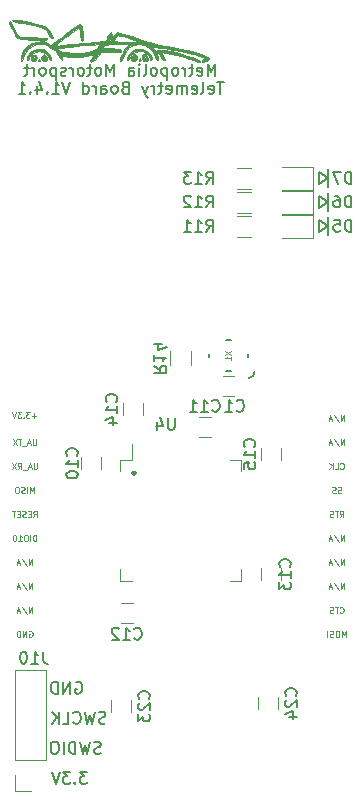
<source format=gbr>
G04 #@! TF.GenerationSoftware,KiCad,Pcbnew,5.0.2-bee76a0~70~ubuntu18.04.1*
G04 #@! TF.CreationDate,2020-02-03T17:56:43+02:00*
G04 #@! TF.ProjectId,Telemetry Board,54656c65-6d65-4747-9279-20426f617264,V1.4.1*
G04 #@! TF.SameCoordinates,Original*
G04 #@! TF.FileFunction,Legend,Bot*
G04 #@! TF.FilePolarity,Positive*
%FSLAX46Y46*%
G04 Gerber Fmt 4.6, Leading zero omitted, Abs format (unit mm)*
G04 Created by KiCad (PCBNEW 5.0.2-bee76a0~70~ubuntu18.04.1) date ma  3. helmikuuta 2020 17.56.43*
%MOMM*%
%LPD*%
G01*
G04 APERTURE LIST*
%ADD10C,0.150000*%
%ADD11C,0.100000*%
%ADD12C,0.300000*%
%ADD13C,0.120000*%
%ADD14C,0.010000*%
%ADD15C,0.063500*%
G04 APERTURE END LIST*
D10*
X103885904Y-102624000D02*
X103981142Y-102576380D01*
X104124000Y-102576380D01*
X104266857Y-102624000D01*
X104362095Y-102719238D01*
X104409714Y-102814476D01*
X104457333Y-103004952D01*
X104457333Y-103147809D01*
X104409714Y-103338285D01*
X104362095Y-103433523D01*
X104266857Y-103528761D01*
X104124000Y-103576380D01*
X104028761Y-103576380D01*
X103885904Y-103528761D01*
X103838285Y-103481142D01*
X103838285Y-103147809D01*
X104028761Y-103147809D01*
X103409714Y-103576380D02*
X103409714Y-102576380D01*
X102838285Y-103576380D01*
X102838285Y-102576380D01*
X102362095Y-103576380D02*
X102362095Y-102576380D01*
X102124000Y-102576380D01*
X101981142Y-102624000D01*
X101885904Y-102719238D01*
X101838285Y-102814476D01*
X101790666Y-103004952D01*
X101790666Y-103147809D01*
X101838285Y-103338285D01*
X101885904Y-103433523D01*
X101981142Y-103528761D01*
X102124000Y-103576380D01*
X102362095Y-103576380D01*
X106401904Y-106068761D02*
X106259047Y-106116380D01*
X106020952Y-106116380D01*
X105925714Y-106068761D01*
X105878095Y-106021142D01*
X105830476Y-105925904D01*
X105830476Y-105830666D01*
X105878095Y-105735428D01*
X105925714Y-105687809D01*
X106020952Y-105640190D01*
X106211428Y-105592571D01*
X106306666Y-105544952D01*
X106354285Y-105497333D01*
X106401904Y-105402095D01*
X106401904Y-105306857D01*
X106354285Y-105211619D01*
X106306666Y-105164000D01*
X106211428Y-105116380D01*
X105973333Y-105116380D01*
X105830476Y-105164000D01*
X105497142Y-105116380D02*
X105259047Y-106116380D01*
X105068571Y-105402095D01*
X104878095Y-106116380D01*
X104640000Y-105116380D01*
X103687619Y-106021142D02*
X103735238Y-106068761D01*
X103878095Y-106116380D01*
X103973333Y-106116380D01*
X104116190Y-106068761D01*
X104211428Y-105973523D01*
X104259047Y-105878285D01*
X104306666Y-105687809D01*
X104306666Y-105544952D01*
X104259047Y-105354476D01*
X104211428Y-105259238D01*
X104116190Y-105164000D01*
X103973333Y-105116380D01*
X103878095Y-105116380D01*
X103735238Y-105164000D01*
X103687619Y-105211619D01*
X102782857Y-106116380D02*
X103259047Y-106116380D01*
X103259047Y-105116380D01*
X102449523Y-106116380D02*
X102449523Y-105116380D01*
X101878095Y-106116380D02*
X102306666Y-105544952D01*
X101878095Y-105116380D02*
X102449523Y-105687809D01*
X106005047Y-108608761D02*
X105862190Y-108656380D01*
X105624095Y-108656380D01*
X105528857Y-108608761D01*
X105481238Y-108561142D01*
X105433619Y-108465904D01*
X105433619Y-108370666D01*
X105481238Y-108275428D01*
X105528857Y-108227809D01*
X105624095Y-108180190D01*
X105814571Y-108132571D01*
X105909809Y-108084952D01*
X105957428Y-108037333D01*
X106005047Y-107942095D01*
X106005047Y-107846857D01*
X105957428Y-107751619D01*
X105909809Y-107704000D01*
X105814571Y-107656380D01*
X105576476Y-107656380D01*
X105433619Y-107704000D01*
X105100285Y-107656380D02*
X104862190Y-108656380D01*
X104671714Y-107942095D01*
X104481238Y-108656380D01*
X104243142Y-107656380D01*
X103862190Y-108656380D02*
X103862190Y-107656380D01*
X103624095Y-107656380D01*
X103481238Y-107704000D01*
X103386000Y-107799238D01*
X103338380Y-107894476D01*
X103290761Y-108084952D01*
X103290761Y-108227809D01*
X103338380Y-108418285D01*
X103386000Y-108513523D01*
X103481238Y-108608761D01*
X103624095Y-108656380D01*
X103862190Y-108656380D01*
X102862190Y-108656380D02*
X102862190Y-107656380D01*
X102195523Y-107656380D02*
X102005047Y-107656380D01*
X101909809Y-107704000D01*
X101814571Y-107799238D01*
X101766952Y-107989714D01*
X101766952Y-108323047D01*
X101814571Y-108513523D01*
X101909809Y-108608761D01*
X102005047Y-108656380D01*
X102195523Y-108656380D01*
X102290761Y-108608761D01*
X102386000Y-108513523D01*
X102433619Y-108323047D01*
X102433619Y-107989714D01*
X102386000Y-107799238D01*
X102290761Y-107704000D01*
X102195523Y-107656380D01*
X104854190Y-110196380D02*
X104235142Y-110196380D01*
X104568476Y-110577333D01*
X104425619Y-110577333D01*
X104330380Y-110624952D01*
X104282761Y-110672571D01*
X104235142Y-110767809D01*
X104235142Y-111005904D01*
X104282761Y-111101142D01*
X104330380Y-111148761D01*
X104425619Y-111196380D01*
X104711333Y-111196380D01*
X104806571Y-111148761D01*
X104854190Y-111101142D01*
X103806571Y-111101142D02*
X103758952Y-111148761D01*
X103806571Y-111196380D01*
X103854190Y-111148761D01*
X103806571Y-111101142D01*
X103806571Y-111196380D01*
X103425619Y-110196380D02*
X102806571Y-110196380D01*
X103139904Y-110577333D01*
X102997047Y-110577333D01*
X102901809Y-110624952D01*
X102854190Y-110672571D01*
X102806571Y-110767809D01*
X102806571Y-111005904D01*
X102854190Y-111101142D01*
X102901809Y-111148761D01*
X102997047Y-111196380D01*
X103282761Y-111196380D01*
X103378000Y-111148761D01*
X103425619Y-111101142D01*
X102520857Y-110196380D02*
X102187523Y-111196380D01*
X101854190Y-110196380D01*
D11*
X126769714Y-98778190D02*
X126769714Y-98278190D01*
X126603047Y-98635333D01*
X126436380Y-98278190D01*
X126436380Y-98778190D01*
X126103047Y-98278190D02*
X126007809Y-98278190D01*
X125960190Y-98302000D01*
X125912571Y-98349619D01*
X125888761Y-98444857D01*
X125888761Y-98611523D01*
X125912571Y-98706761D01*
X125960190Y-98754380D01*
X126007809Y-98778190D01*
X126103047Y-98778190D01*
X126150666Y-98754380D01*
X126198285Y-98706761D01*
X126222095Y-98611523D01*
X126222095Y-98444857D01*
X126198285Y-98349619D01*
X126150666Y-98302000D01*
X126103047Y-98278190D01*
X125698285Y-98754380D02*
X125626857Y-98778190D01*
X125507809Y-98778190D01*
X125460190Y-98754380D01*
X125436380Y-98730571D01*
X125412571Y-98682952D01*
X125412571Y-98635333D01*
X125436380Y-98587714D01*
X125460190Y-98563904D01*
X125507809Y-98540095D01*
X125603047Y-98516285D01*
X125650666Y-98492476D01*
X125674476Y-98468666D01*
X125698285Y-98421047D01*
X125698285Y-98373428D01*
X125674476Y-98325809D01*
X125650666Y-98302000D01*
X125603047Y-98278190D01*
X125484000Y-98278190D01*
X125412571Y-98302000D01*
X125198285Y-98778190D02*
X125198285Y-98278190D01*
X126257809Y-96698571D02*
X126281619Y-96722380D01*
X126353047Y-96746190D01*
X126400666Y-96746190D01*
X126472095Y-96722380D01*
X126519714Y-96674761D01*
X126543523Y-96627142D01*
X126567333Y-96531904D01*
X126567333Y-96460476D01*
X126543523Y-96365238D01*
X126519714Y-96317619D01*
X126472095Y-96270000D01*
X126400666Y-96246190D01*
X126353047Y-96246190D01*
X126281619Y-96270000D01*
X126257809Y-96293809D01*
X126114952Y-96246190D02*
X125829238Y-96246190D01*
X125972095Y-96746190D02*
X125972095Y-96246190D01*
X125686380Y-96722380D02*
X125614952Y-96746190D01*
X125495904Y-96746190D01*
X125448285Y-96722380D01*
X125424476Y-96698571D01*
X125400666Y-96650952D01*
X125400666Y-96603333D01*
X125424476Y-96555714D01*
X125448285Y-96531904D01*
X125495904Y-96508095D01*
X125591142Y-96484285D01*
X125638761Y-96460476D01*
X125662571Y-96436666D01*
X125686380Y-96389047D01*
X125686380Y-96341428D01*
X125662571Y-96293809D01*
X125638761Y-96270000D01*
X125591142Y-96246190D01*
X125472095Y-96246190D01*
X125400666Y-96270000D01*
X126603047Y-94714190D02*
X126603047Y-94214190D01*
X126317333Y-94714190D01*
X126317333Y-94214190D01*
X125722095Y-94190380D02*
X126150666Y-94833238D01*
X125579238Y-94571333D02*
X125341142Y-94571333D01*
X125626857Y-94714190D02*
X125460190Y-94214190D01*
X125293523Y-94714190D01*
X126603047Y-92682190D02*
X126603047Y-92182190D01*
X126317333Y-92682190D01*
X126317333Y-92182190D01*
X125722095Y-92158380D02*
X126150666Y-92801238D01*
X125579238Y-92539333D02*
X125341142Y-92539333D01*
X125626857Y-92682190D02*
X125460190Y-92182190D01*
X125293523Y-92682190D01*
X126603047Y-90650190D02*
X126603047Y-90150190D01*
X126317333Y-90650190D01*
X126317333Y-90150190D01*
X125722095Y-90126380D02*
X126150666Y-90769238D01*
X125579238Y-90507333D02*
X125341142Y-90507333D01*
X125626857Y-90650190D02*
X125460190Y-90150190D01*
X125293523Y-90650190D01*
X126257809Y-88618190D02*
X126424476Y-88380095D01*
X126543523Y-88618190D02*
X126543523Y-88118190D01*
X126353047Y-88118190D01*
X126305428Y-88142000D01*
X126281619Y-88165809D01*
X126257809Y-88213428D01*
X126257809Y-88284857D01*
X126281619Y-88332476D01*
X126305428Y-88356285D01*
X126353047Y-88380095D01*
X126543523Y-88380095D01*
X126114952Y-88118190D02*
X125829238Y-88118190D01*
X125972095Y-88618190D02*
X125972095Y-88118190D01*
X125686380Y-88594380D02*
X125614952Y-88618190D01*
X125495904Y-88618190D01*
X125448285Y-88594380D01*
X125424476Y-88570571D01*
X125400666Y-88522952D01*
X125400666Y-88475333D01*
X125424476Y-88427714D01*
X125448285Y-88403904D01*
X125495904Y-88380095D01*
X125591142Y-88356285D01*
X125638761Y-88332476D01*
X125662571Y-88308666D01*
X125686380Y-88261047D01*
X125686380Y-88213428D01*
X125662571Y-88165809D01*
X125638761Y-88142000D01*
X125591142Y-88118190D01*
X125472095Y-88118190D01*
X125400666Y-88142000D01*
X126364952Y-86562380D02*
X126293523Y-86586190D01*
X126174476Y-86586190D01*
X126126857Y-86562380D01*
X126103047Y-86538571D01*
X126079238Y-86490952D01*
X126079238Y-86443333D01*
X126103047Y-86395714D01*
X126126857Y-86371904D01*
X126174476Y-86348095D01*
X126269714Y-86324285D01*
X126317333Y-86300476D01*
X126341142Y-86276666D01*
X126364952Y-86229047D01*
X126364952Y-86181428D01*
X126341142Y-86133809D01*
X126317333Y-86110000D01*
X126269714Y-86086190D01*
X126150666Y-86086190D01*
X126079238Y-86110000D01*
X125888761Y-86562380D02*
X125817333Y-86586190D01*
X125698285Y-86586190D01*
X125650666Y-86562380D01*
X125626857Y-86538571D01*
X125603047Y-86490952D01*
X125603047Y-86443333D01*
X125626857Y-86395714D01*
X125650666Y-86371904D01*
X125698285Y-86348095D01*
X125793523Y-86324285D01*
X125841142Y-86300476D01*
X125864952Y-86276666D01*
X125888761Y-86229047D01*
X125888761Y-86181428D01*
X125864952Y-86133809D01*
X125841142Y-86110000D01*
X125793523Y-86086190D01*
X125674476Y-86086190D01*
X125603047Y-86110000D01*
X126281619Y-84506571D02*
X126305428Y-84530380D01*
X126376857Y-84554190D01*
X126424476Y-84554190D01*
X126495904Y-84530380D01*
X126543523Y-84482761D01*
X126567333Y-84435142D01*
X126591142Y-84339904D01*
X126591142Y-84268476D01*
X126567333Y-84173238D01*
X126543523Y-84125619D01*
X126495904Y-84078000D01*
X126424476Y-84054190D01*
X126376857Y-84054190D01*
X126305428Y-84078000D01*
X126281619Y-84101809D01*
X125829238Y-84554190D02*
X126067333Y-84554190D01*
X126067333Y-84054190D01*
X125662571Y-84554190D02*
X125662571Y-84054190D01*
X125376857Y-84554190D02*
X125591142Y-84268476D01*
X125376857Y-84054190D02*
X125662571Y-84339904D01*
X126603047Y-82522190D02*
X126603047Y-82022190D01*
X126317333Y-82522190D01*
X126317333Y-82022190D01*
X125722095Y-81998380D02*
X126150666Y-82641238D01*
X125579238Y-82379333D02*
X125341142Y-82379333D01*
X125626857Y-82522190D02*
X125460190Y-82022190D01*
X125293523Y-82522190D01*
X126603047Y-80490190D02*
X126603047Y-79990190D01*
X126317333Y-80490190D01*
X126317333Y-79990190D01*
X125722095Y-79966380D02*
X126150666Y-80609238D01*
X125579238Y-80347333D02*
X125341142Y-80347333D01*
X125626857Y-80490190D02*
X125460190Y-79990190D01*
X125293523Y-80490190D01*
X99948952Y-98302000D02*
X99996571Y-98278190D01*
X100068000Y-98278190D01*
X100139428Y-98302000D01*
X100187047Y-98349619D01*
X100210857Y-98397238D01*
X100234666Y-98492476D01*
X100234666Y-98563904D01*
X100210857Y-98659142D01*
X100187047Y-98706761D01*
X100139428Y-98754380D01*
X100068000Y-98778190D01*
X100020380Y-98778190D01*
X99948952Y-98754380D01*
X99925142Y-98730571D01*
X99925142Y-98563904D01*
X100020380Y-98563904D01*
X99710857Y-98778190D02*
X99710857Y-98278190D01*
X99425142Y-98778190D01*
X99425142Y-98278190D01*
X99187047Y-98778190D02*
X99187047Y-98278190D01*
X99068000Y-98278190D01*
X98996571Y-98302000D01*
X98948952Y-98349619D01*
X98925142Y-98397238D01*
X98901333Y-98492476D01*
X98901333Y-98563904D01*
X98925142Y-98659142D01*
X98948952Y-98706761D01*
X98996571Y-98754380D01*
X99068000Y-98778190D01*
X99187047Y-98778190D01*
X100187047Y-96746190D02*
X100187047Y-96246190D01*
X99901333Y-96746190D01*
X99901333Y-96246190D01*
X99306095Y-96222380D02*
X99734666Y-96865238D01*
X99163238Y-96603333D02*
X98925142Y-96603333D01*
X99210857Y-96746190D02*
X99044190Y-96246190D01*
X98877523Y-96746190D01*
X100187047Y-94714190D02*
X100187047Y-94214190D01*
X99901333Y-94714190D01*
X99901333Y-94214190D01*
X99306095Y-94190380D02*
X99734666Y-94833238D01*
X99163238Y-94571333D02*
X98925142Y-94571333D01*
X99210857Y-94714190D02*
X99044190Y-94214190D01*
X98877523Y-94714190D01*
X100187047Y-92682190D02*
X100187047Y-92182190D01*
X99901333Y-92682190D01*
X99901333Y-92182190D01*
X99306095Y-92158380D02*
X99734666Y-92801238D01*
X99163238Y-92539333D02*
X98925142Y-92539333D01*
X99210857Y-92682190D02*
X99044190Y-92182190D01*
X98877523Y-92682190D01*
X100556095Y-90650190D02*
X100556095Y-90150190D01*
X100437047Y-90150190D01*
X100365619Y-90174000D01*
X100318000Y-90221619D01*
X100294190Y-90269238D01*
X100270380Y-90364476D01*
X100270380Y-90435904D01*
X100294190Y-90531142D01*
X100318000Y-90578761D01*
X100365619Y-90626380D01*
X100437047Y-90650190D01*
X100556095Y-90650190D01*
X100056095Y-90650190D02*
X100056095Y-90150190D01*
X99722761Y-90150190D02*
X99627523Y-90150190D01*
X99579904Y-90174000D01*
X99532285Y-90221619D01*
X99508476Y-90316857D01*
X99508476Y-90483523D01*
X99532285Y-90578761D01*
X99579904Y-90626380D01*
X99627523Y-90650190D01*
X99722761Y-90650190D01*
X99770380Y-90626380D01*
X99818000Y-90578761D01*
X99841809Y-90483523D01*
X99841809Y-90316857D01*
X99818000Y-90221619D01*
X99770380Y-90174000D01*
X99722761Y-90150190D01*
X99032285Y-90650190D02*
X99318000Y-90650190D01*
X99175142Y-90650190D02*
X99175142Y-90150190D01*
X99222761Y-90221619D01*
X99270380Y-90269238D01*
X99318000Y-90293047D01*
X98722761Y-90150190D02*
X98675142Y-90150190D01*
X98627523Y-90174000D01*
X98603714Y-90197809D01*
X98579904Y-90245428D01*
X98556095Y-90340666D01*
X98556095Y-90459714D01*
X98579904Y-90554952D01*
X98603714Y-90602571D01*
X98627523Y-90626380D01*
X98675142Y-90650190D01*
X98722761Y-90650190D01*
X98770380Y-90626380D01*
X98794190Y-90602571D01*
X98818000Y-90554952D01*
X98841809Y-90459714D01*
X98841809Y-90340666D01*
X98818000Y-90245428D01*
X98794190Y-90197809D01*
X98770380Y-90174000D01*
X98722761Y-90150190D01*
X100294190Y-88618190D02*
X100460857Y-88380095D01*
X100579904Y-88618190D02*
X100579904Y-88118190D01*
X100389428Y-88118190D01*
X100341809Y-88142000D01*
X100318000Y-88165809D01*
X100294190Y-88213428D01*
X100294190Y-88284857D01*
X100318000Y-88332476D01*
X100341809Y-88356285D01*
X100389428Y-88380095D01*
X100579904Y-88380095D01*
X100079904Y-88356285D02*
X99913238Y-88356285D01*
X99841809Y-88618190D02*
X100079904Y-88618190D01*
X100079904Y-88118190D01*
X99841809Y-88118190D01*
X99651333Y-88594380D02*
X99579904Y-88618190D01*
X99460857Y-88618190D01*
X99413238Y-88594380D01*
X99389428Y-88570571D01*
X99365619Y-88522952D01*
X99365619Y-88475333D01*
X99389428Y-88427714D01*
X99413238Y-88403904D01*
X99460857Y-88380095D01*
X99556095Y-88356285D01*
X99603714Y-88332476D01*
X99627523Y-88308666D01*
X99651333Y-88261047D01*
X99651333Y-88213428D01*
X99627523Y-88165809D01*
X99603714Y-88142000D01*
X99556095Y-88118190D01*
X99437047Y-88118190D01*
X99365619Y-88142000D01*
X99151333Y-88356285D02*
X98984666Y-88356285D01*
X98913238Y-88618190D02*
X99151333Y-88618190D01*
X99151333Y-88118190D01*
X98913238Y-88118190D01*
X98770380Y-88118190D02*
X98484666Y-88118190D01*
X98627523Y-88618190D02*
X98627523Y-88118190D01*
X100353714Y-86586190D02*
X100353714Y-86086190D01*
X100187047Y-86443333D01*
X100020380Y-86086190D01*
X100020380Y-86586190D01*
X99782285Y-86586190D02*
X99782285Y-86086190D01*
X99568000Y-86562380D02*
X99496571Y-86586190D01*
X99377523Y-86586190D01*
X99329904Y-86562380D01*
X99306095Y-86538571D01*
X99282285Y-86490952D01*
X99282285Y-86443333D01*
X99306095Y-86395714D01*
X99329904Y-86371904D01*
X99377523Y-86348095D01*
X99472761Y-86324285D01*
X99520380Y-86300476D01*
X99544190Y-86276666D01*
X99568000Y-86229047D01*
X99568000Y-86181428D01*
X99544190Y-86133809D01*
X99520380Y-86110000D01*
X99472761Y-86086190D01*
X99353714Y-86086190D01*
X99282285Y-86110000D01*
X98972761Y-86086190D02*
X98877523Y-86086190D01*
X98829904Y-86110000D01*
X98782285Y-86157619D01*
X98758476Y-86252857D01*
X98758476Y-86419523D01*
X98782285Y-86514761D01*
X98829904Y-86562380D01*
X98877523Y-86586190D01*
X98972761Y-86586190D01*
X99020380Y-86562380D01*
X99068000Y-86514761D01*
X99091809Y-86419523D01*
X99091809Y-86252857D01*
X99068000Y-86157619D01*
X99020380Y-86110000D01*
X98972761Y-86086190D01*
X100603714Y-84054190D02*
X100603714Y-84458952D01*
X100579904Y-84506571D01*
X100556095Y-84530380D01*
X100508476Y-84554190D01*
X100413238Y-84554190D01*
X100365619Y-84530380D01*
X100341809Y-84506571D01*
X100318000Y-84458952D01*
X100318000Y-84054190D01*
X100103714Y-84411333D02*
X99865619Y-84411333D01*
X100151333Y-84554190D02*
X99984666Y-84054190D01*
X99818000Y-84554190D01*
X99770380Y-84601809D02*
X99389428Y-84601809D01*
X98984666Y-84554190D02*
X99151333Y-84316095D01*
X99270380Y-84554190D02*
X99270380Y-84054190D01*
X99079904Y-84054190D01*
X99032285Y-84078000D01*
X99008476Y-84101809D01*
X98984666Y-84149428D01*
X98984666Y-84220857D01*
X99008476Y-84268476D01*
X99032285Y-84292285D01*
X99079904Y-84316095D01*
X99270380Y-84316095D01*
X98818000Y-84054190D02*
X98484666Y-84554190D01*
X98484666Y-84054190D02*
X98818000Y-84554190D01*
X100544190Y-82022190D02*
X100544190Y-82426952D01*
X100520380Y-82474571D01*
X100496571Y-82498380D01*
X100448952Y-82522190D01*
X100353714Y-82522190D01*
X100306095Y-82498380D01*
X100282285Y-82474571D01*
X100258476Y-82426952D01*
X100258476Y-82022190D01*
X100044190Y-82379333D02*
X99806095Y-82379333D01*
X100091809Y-82522190D02*
X99925142Y-82022190D01*
X99758476Y-82522190D01*
X99710857Y-82569809D02*
X99329904Y-82569809D01*
X99282285Y-82022190D02*
X98996571Y-82022190D01*
X99139428Y-82522190D02*
X99139428Y-82022190D01*
X98877523Y-82022190D02*
X98544190Y-82522190D01*
X98544190Y-82022190D02*
X98877523Y-82522190D01*
X100568000Y-80045714D02*
X100187047Y-80045714D01*
X100377523Y-80236190D02*
X100377523Y-79855238D01*
X99996571Y-79736190D02*
X99687047Y-79736190D01*
X99853714Y-79926666D01*
X99782285Y-79926666D01*
X99734666Y-79950476D01*
X99710857Y-79974285D01*
X99687047Y-80021904D01*
X99687047Y-80140952D01*
X99710857Y-80188571D01*
X99734666Y-80212380D01*
X99782285Y-80236190D01*
X99925142Y-80236190D01*
X99972761Y-80212380D01*
X99996571Y-80188571D01*
X99472761Y-80188571D02*
X99448952Y-80212380D01*
X99472761Y-80236190D01*
X99496571Y-80212380D01*
X99472761Y-80188571D01*
X99472761Y-80236190D01*
X99282285Y-79736190D02*
X98972761Y-79736190D01*
X99139428Y-79926666D01*
X99068000Y-79926666D01*
X99020380Y-79950476D01*
X98996571Y-79974285D01*
X98972761Y-80021904D01*
X98972761Y-80140952D01*
X98996571Y-80188571D01*
X99020380Y-80212380D01*
X99068000Y-80236190D01*
X99210857Y-80236190D01*
X99258476Y-80212380D01*
X99282285Y-80188571D01*
X98829904Y-79736190D02*
X98663238Y-80236190D01*
X98496571Y-79736190D01*
D12*
X108839000Y-84863714D02*
X108910428Y-84935142D01*
X108839000Y-85006571D01*
X108767571Y-84935142D01*
X108839000Y-84863714D01*
X108839000Y-85006571D01*
D10*
X124460000Y-63500000D02*
X124460000Y-64516000D01*
X124460000Y-64516000D02*
X125222000Y-64008000D01*
X125222000Y-64008000D02*
X124460000Y-63500000D01*
X125222000Y-64770000D02*
X125222000Y-63246000D01*
X124460000Y-61468000D02*
X124460000Y-62484000D01*
X124460000Y-62484000D02*
X125222000Y-61976000D01*
X125222000Y-61976000D02*
X124460000Y-61468000D01*
X125222000Y-62738000D02*
X125222000Y-61214000D01*
X124460000Y-59436000D02*
X124460000Y-60452000D01*
X124460000Y-60452000D02*
X125222000Y-59944000D01*
X125222000Y-59944000D02*
X124460000Y-59436000D01*
X125222000Y-60706000D02*
X125222000Y-59182000D01*
X116434095Y-51776380D02*
X115862666Y-51776380D01*
X116148380Y-52776380D02*
X116148380Y-51776380D01*
X115148380Y-52728761D02*
X115243619Y-52776380D01*
X115434095Y-52776380D01*
X115529333Y-52728761D01*
X115576952Y-52633523D01*
X115576952Y-52252571D01*
X115529333Y-52157333D01*
X115434095Y-52109714D01*
X115243619Y-52109714D01*
X115148380Y-52157333D01*
X115100761Y-52252571D01*
X115100761Y-52347809D01*
X115576952Y-52443047D01*
X114529333Y-52776380D02*
X114624571Y-52728761D01*
X114672190Y-52633523D01*
X114672190Y-51776380D01*
X113767428Y-52728761D02*
X113862666Y-52776380D01*
X114053142Y-52776380D01*
X114148380Y-52728761D01*
X114196000Y-52633523D01*
X114196000Y-52252571D01*
X114148380Y-52157333D01*
X114053142Y-52109714D01*
X113862666Y-52109714D01*
X113767428Y-52157333D01*
X113719809Y-52252571D01*
X113719809Y-52347809D01*
X114196000Y-52443047D01*
X113291238Y-52776380D02*
X113291238Y-52109714D01*
X113291238Y-52204952D02*
X113243619Y-52157333D01*
X113148380Y-52109714D01*
X113005523Y-52109714D01*
X112910285Y-52157333D01*
X112862666Y-52252571D01*
X112862666Y-52776380D01*
X112862666Y-52252571D02*
X112815047Y-52157333D01*
X112719809Y-52109714D01*
X112576952Y-52109714D01*
X112481714Y-52157333D01*
X112434095Y-52252571D01*
X112434095Y-52776380D01*
X111576952Y-52728761D02*
X111672190Y-52776380D01*
X111862666Y-52776380D01*
X111957904Y-52728761D01*
X112005523Y-52633523D01*
X112005523Y-52252571D01*
X111957904Y-52157333D01*
X111862666Y-52109714D01*
X111672190Y-52109714D01*
X111576952Y-52157333D01*
X111529333Y-52252571D01*
X111529333Y-52347809D01*
X112005523Y-52443047D01*
X111243619Y-52109714D02*
X110862666Y-52109714D01*
X111100761Y-51776380D02*
X111100761Y-52633523D01*
X111053142Y-52728761D01*
X110957904Y-52776380D01*
X110862666Y-52776380D01*
X110529333Y-52776380D02*
X110529333Y-52109714D01*
X110529333Y-52300190D02*
X110481714Y-52204952D01*
X110434095Y-52157333D01*
X110338857Y-52109714D01*
X110243619Y-52109714D01*
X110005523Y-52109714D02*
X109767428Y-52776380D01*
X109529333Y-52109714D02*
X109767428Y-52776380D01*
X109862666Y-53014476D01*
X109910285Y-53062095D01*
X110005523Y-53109714D01*
X108053142Y-52252571D02*
X107910285Y-52300190D01*
X107862666Y-52347809D01*
X107815047Y-52443047D01*
X107815047Y-52585904D01*
X107862666Y-52681142D01*
X107910285Y-52728761D01*
X108005523Y-52776380D01*
X108386476Y-52776380D01*
X108386476Y-51776380D01*
X108053142Y-51776380D01*
X107957904Y-51824000D01*
X107910285Y-51871619D01*
X107862666Y-51966857D01*
X107862666Y-52062095D01*
X107910285Y-52157333D01*
X107957904Y-52204952D01*
X108053142Y-52252571D01*
X108386476Y-52252571D01*
X107243619Y-52776380D02*
X107338857Y-52728761D01*
X107386476Y-52681142D01*
X107434095Y-52585904D01*
X107434095Y-52300190D01*
X107386476Y-52204952D01*
X107338857Y-52157333D01*
X107243619Y-52109714D01*
X107100761Y-52109714D01*
X107005523Y-52157333D01*
X106957904Y-52204952D01*
X106910285Y-52300190D01*
X106910285Y-52585904D01*
X106957904Y-52681142D01*
X107005523Y-52728761D01*
X107100761Y-52776380D01*
X107243619Y-52776380D01*
X106053142Y-52776380D02*
X106053142Y-52252571D01*
X106100761Y-52157333D01*
X106196000Y-52109714D01*
X106386476Y-52109714D01*
X106481714Y-52157333D01*
X106053142Y-52728761D02*
X106148380Y-52776380D01*
X106386476Y-52776380D01*
X106481714Y-52728761D01*
X106529333Y-52633523D01*
X106529333Y-52538285D01*
X106481714Y-52443047D01*
X106386476Y-52395428D01*
X106148380Y-52395428D01*
X106053142Y-52347809D01*
X105576952Y-52776380D02*
X105576952Y-52109714D01*
X105576952Y-52300190D02*
X105529333Y-52204952D01*
X105481714Y-52157333D01*
X105386476Y-52109714D01*
X105291238Y-52109714D01*
X104529333Y-52776380D02*
X104529333Y-51776380D01*
X104529333Y-52728761D02*
X104624571Y-52776380D01*
X104815047Y-52776380D01*
X104910285Y-52728761D01*
X104957904Y-52681142D01*
X105005523Y-52585904D01*
X105005523Y-52300190D01*
X104957904Y-52204952D01*
X104910285Y-52157333D01*
X104815047Y-52109714D01*
X104624571Y-52109714D01*
X104529333Y-52157333D01*
X103434095Y-51776380D02*
X103100761Y-52776380D01*
X102767428Y-51776380D01*
X101910285Y-52776380D02*
X102481714Y-52776380D01*
X102196000Y-52776380D02*
X102196000Y-51776380D01*
X102291238Y-51919238D01*
X102386476Y-52014476D01*
X102481714Y-52062095D01*
X101481714Y-52681142D02*
X101434095Y-52728761D01*
X101481714Y-52776380D01*
X101529333Y-52728761D01*
X101481714Y-52681142D01*
X101481714Y-52776380D01*
X100576952Y-52109714D02*
X100576952Y-52776380D01*
X100815047Y-51728761D02*
X101053142Y-52443047D01*
X100434095Y-52443047D01*
X100053142Y-52681142D02*
X100005523Y-52728761D01*
X100053142Y-52776380D01*
X100100761Y-52728761D01*
X100053142Y-52681142D01*
X100053142Y-52776380D01*
X99053142Y-52776380D02*
X99624571Y-52776380D01*
X99338857Y-52776380D02*
X99338857Y-51776380D01*
X99434095Y-51919238D01*
X99529333Y-52014476D01*
X99624571Y-52062095D01*
X115719809Y-51252380D02*
X115719809Y-50252380D01*
X115386476Y-50966666D01*
X115053142Y-50252380D01*
X115053142Y-51252380D01*
X114196000Y-51204761D02*
X114291238Y-51252380D01*
X114481714Y-51252380D01*
X114576952Y-51204761D01*
X114624571Y-51109523D01*
X114624571Y-50728571D01*
X114576952Y-50633333D01*
X114481714Y-50585714D01*
X114291238Y-50585714D01*
X114196000Y-50633333D01*
X114148380Y-50728571D01*
X114148380Y-50823809D01*
X114624571Y-50919047D01*
X113862666Y-50585714D02*
X113481714Y-50585714D01*
X113719809Y-50252380D02*
X113719809Y-51109523D01*
X113672190Y-51204761D01*
X113576952Y-51252380D01*
X113481714Y-51252380D01*
X113148380Y-51252380D02*
X113148380Y-50585714D01*
X113148380Y-50776190D02*
X113100761Y-50680952D01*
X113053142Y-50633333D01*
X112957904Y-50585714D01*
X112862666Y-50585714D01*
X112386476Y-51252380D02*
X112481714Y-51204761D01*
X112529333Y-51157142D01*
X112576952Y-51061904D01*
X112576952Y-50776190D01*
X112529333Y-50680952D01*
X112481714Y-50633333D01*
X112386476Y-50585714D01*
X112243619Y-50585714D01*
X112148380Y-50633333D01*
X112100761Y-50680952D01*
X112053142Y-50776190D01*
X112053142Y-51061904D01*
X112100761Y-51157142D01*
X112148380Y-51204761D01*
X112243619Y-51252380D01*
X112386476Y-51252380D01*
X111624571Y-50585714D02*
X111624571Y-51585714D01*
X111624571Y-50633333D02*
X111529333Y-50585714D01*
X111338857Y-50585714D01*
X111243619Y-50633333D01*
X111196000Y-50680952D01*
X111148380Y-50776190D01*
X111148380Y-51061904D01*
X111196000Y-51157142D01*
X111243619Y-51204761D01*
X111338857Y-51252380D01*
X111529333Y-51252380D01*
X111624571Y-51204761D01*
X110576952Y-51252380D02*
X110672190Y-51204761D01*
X110719809Y-51157142D01*
X110767428Y-51061904D01*
X110767428Y-50776190D01*
X110719809Y-50680952D01*
X110672190Y-50633333D01*
X110576952Y-50585714D01*
X110434095Y-50585714D01*
X110338857Y-50633333D01*
X110291238Y-50680952D01*
X110243619Y-50776190D01*
X110243619Y-51061904D01*
X110291238Y-51157142D01*
X110338857Y-51204761D01*
X110434095Y-51252380D01*
X110576952Y-51252380D01*
X109672190Y-51252380D02*
X109767428Y-51204761D01*
X109815047Y-51109523D01*
X109815047Y-50252380D01*
X109291238Y-51252380D02*
X109291238Y-50585714D01*
X109291238Y-50252380D02*
X109338857Y-50300000D01*
X109291238Y-50347619D01*
X109243619Y-50300000D01*
X109291238Y-50252380D01*
X109291238Y-50347619D01*
X108386476Y-51252380D02*
X108386476Y-50728571D01*
X108434095Y-50633333D01*
X108529333Y-50585714D01*
X108719809Y-50585714D01*
X108815047Y-50633333D01*
X108386476Y-51204761D02*
X108481714Y-51252380D01*
X108719809Y-51252380D01*
X108815047Y-51204761D01*
X108862666Y-51109523D01*
X108862666Y-51014285D01*
X108815047Y-50919047D01*
X108719809Y-50871428D01*
X108481714Y-50871428D01*
X108386476Y-50823809D01*
X107148380Y-51252380D02*
X107148380Y-50252380D01*
X106815047Y-50966666D01*
X106481714Y-50252380D01*
X106481714Y-51252380D01*
X105862666Y-51252380D02*
X105957904Y-51204761D01*
X106005523Y-51157142D01*
X106053142Y-51061904D01*
X106053142Y-50776190D01*
X106005523Y-50680952D01*
X105957904Y-50633333D01*
X105862666Y-50585714D01*
X105719809Y-50585714D01*
X105624571Y-50633333D01*
X105576952Y-50680952D01*
X105529333Y-50776190D01*
X105529333Y-51061904D01*
X105576952Y-51157142D01*
X105624571Y-51204761D01*
X105719809Y-51252380D01*
X105862666Y-51252380D01*
X105243619Y-50585714D02*
X104862666Y-50585714D01*
X105100761Y-50252380D02*
X105100761Y-51109523D01*
X105053142Y-51204761D01*
X104957904Y-51252380D01*
X104862666Y-51252380D01*
X104386476Y-51252380D02*
X104481714Y-51204761D01*
X104529333Y-51157142D01*
X104576952Y-51061904D01*
X104576952Y-50776190D01*
X104529333Y-50680952D01*
X104481714Y-50633333D01*
X104386476Y-50585714D01*
X104243619Y-50585714D01*
X104148380Y-50633333D01*
X104100761Y-50680952D01*
X104053142Y-50776190D01*
X104053142Y-51061904D01*
X104100761Y-51157142D01*
X104148380Y-51204761D01*
X104243619Y-51252380D01*
X104386476Y-51252380D01*
X103624571Y-51252380D02*
X103624571Y-50585714D01*
X103624571Y-50776190D02*
X103576952Y-50680952D01*
X103529333Y-50633333D01*
X103434095Y-50585714D01*
X103338857Y-50585714D01*
X103053142Y-51204761D02*
X102957904Y-51252380D01*
X102767428Y-51252380D01*
X102672190Y-51204761D01*
X102624571Y-51109523D01*
X102624571Y-51061904D01*
X102672190Y-50966666D01*
X102767428Y-50919047D01*
X102910285Y-50919047D01*
X103005523Y-50871428D01*
X103053142Y-50776190D01*
X103053142Y-50728571D01*
X103005523Y-50633333D01*
X102910285Y-50585714D01*
X102767428Y-50585714D01*
X102672190Y-50633333D01*
X102196000Y-50585714D02*
X102196000Y-51585714D01*
X102196000Y-50633333D02*
X102100761Y-50585714D01*
X101910285Y-50585714D01*
X101815047Y-50633333D01*
X101767428Y-50680952D01*
X101719809Y-50776190D01*
X101719809Y-51061904D01*
X101767428Y-51157142D01*
X101815047Y-51204761D01*
X101910285Y-51252380D01*
X102100761Y-51252380D01*
X102196000Y-51204761D01*
X101148380Y-51252380D02*
X101243619Y-51204761D01*
X101291238Y-51157142D01*
X101338857Y-51061904D01*
X101338857Y-50776190D01*
X101291238Y-50680952D01*
X101243619Y-50633333D01*
X101148380Y-50585714D01*
X101005523Y-50585714D01*
X100910285Y-50633333D01*
X100862666Y-50680952D01*
X100815047Y-50776190D01*
X100815047Y-51061904D01*
X100862666Y-51157142D01*
X100910285Y-51204761D01*
X101005523Y-51252380D01*
X101148380Y-51252380D01*
X100386476Y-51252380D02*
X100386476Y-50585714D01*
X100386476Y-50776190D02*
X100338857Y-50680952D01*
X100291238Y-50633333D01*
X100196000Y-50585714D01*
X100100761Y-50585714D01*
X99910285Y-50585714D02*
X99529333Y-50585714D01*
X99767428Y-50252380D02*
X99767428Y-51109523D01*
X99719809Y-51204761D01*
X99624571Y-51252380D01*
X99529333Y-51252380D01*
D13*
G04 #@! TO.C,U4*
X108616000Y-83790000D02*
X108616000Y-82450000D01*
X107666000Y-83790000D02*
X108616000Y-83790000D01*
X107666000Y-84740000D02*
X107666000Y-83790000D01*
X107666000Y-94010000D02*
X108616000Y-94010000D01*
X107666000Y-93060000D02*
X107666000Y-94010000D01*
X117886000Y-83790000D02*
X116936000Y-83790000D01*
X117886000Y-84740000D02*
X117886000Y-83790000D01*
X117886000Y-94010000D02*
X116936000Y-94010000D01*
X117886000Y-93060000D02*
X117886000Y-94010000D01*
G04 #@! TO.C,D5*
X121320651Y-63048000D02*
X124005651Y-63048000D01*
X124005651Y-63048000D02*
X124005651Y-64968000D01*
X124005651Y-64968000D02*
X121320651Y-64968000D01*
G04 #@! TO.C,D6*
X124005651Y-62936000D02*
X121320651Y-62936000D01*
X124005651Y-61016000D02*
X124005651Y-62936000D01*
X121320651Y-61016000D02*
X124005651Y-61016000D01*
G04 #@! TO.C,D7*
X124005651Y-60904000D02*
X121320651Y-60904000D01*
X124005651Y-58984000D02*
X124005651Y-60904000D01*
X121320651Y-58984000D02*
X124005651Y-58984000D01*
D10*
G04 #@! TO.C,X1*
X115178548Y-75054130D02*
X115178548Y-74854130D01*
X118478548Y-75054130D02*
X118478548Y-74854130D01*
X117028548Y-73654130D02*
X116628548Y-73654130D01*
X117028548Y-76254130D02*
X116628548Y-76254130D01*
X118528548Y-76854130D02*
G75*
G03X119028548Y-76354130I0J500000D01*
G01*
D13*
G04 #@! TO.C,C1*
X116328548Y-76644130D02*
X117328548Y-76644130D01*
X117328548Y-78344130D02*
X116328548Y-78344130D01*
G04 #@! TO.C,C10*
X104306000Y-84574000D02*
X104306000Y-83574000D01*
X106006000Y-83574000D02*
X106006000Y-84574000D01*
G04 #@! TO.C,C11*
X115308000Y-81876000D02*
X114308000Y-81876000D01*
X114308000Y-80176000D02*
X115308000Y-80176000D01*
G04 #@! TO.C,C12*
X108704000Y-97624000D02*
X107704000Y-97624000D01*
X107704000Y-95924000D02*
X108704000Y-95924000D01*
G04 #@! TO.C,C13*
X121246000Y-92972000D02*
X121246000Y-93972000D01*
X119546000Y-93972000D02*
X119546000Y-92972000D01*
G04 #@! TO.C,C14*
X107862000Y-80002000D02*
X107862000Y-79002000D01*
X109562000Y-79002000D02*
X109562000Y-80002000D01*
G04 #@! TO.C,C15*
X121246000Y-82812000D02*
X121246000Y-83812000D01*
X119546000Y-83812000D02*
X119546000Y-82812000D01*
G04 #@! TO.C,J10*
X98746000Y-101540000D02*
X101406000Y-101540000D01*
X98746000Y-109220000D02*
X98746000Y-101540000D01*
X101406000Y-109220000D02*
X101406000Y-101540000D01*
X98746000Y-109220000D02*
X101406000Y-109220000D01*
X98746000Y-110490000D02*
X98746000Y-111820000D01*
X98746000Y-111820000D02*
X100076000Y-111820000D01*
G04 #@! TO.C,R11*
X117510000Y-64888000D02*
X118710000Y-64888000D01*
X118710000Y-63128000D02*
X117510000Y-63128000D01*
G04 #@! TO.C,R12*
X118710000Y-61096000D02*
X117510000Y-61096000D01*
X117510000Y-62856000D02*
X118710000Y-62856000D01*
G04 #@! TO.C,R13*
X117510000Y-60824000D02*
X118710000Y-60824000D01*
X118710000Y-59064000D02*
X117510000Y-59064000D01*
G04 #@! TO.C,R14*
X111896000Y-74584000D02*
X111896000Y-75784000D01*
X113656000Y-75784000D02*
X113656000Y-74584000D01*
D14*
G04 #@! TO.C,G\002A\002A\002A*
G36*
X98494195Y-46521071D02*
X98484150Y-46574785D01*
X98580555Y-46634771D01*
X98817153Y-46707614D01*
X99166046Y-46785710D01*
X99444044Y-46836398D01*
X99885105Y-46916029D01*
X100323931Y-47004363D01*
X100697537Y-47088311D01*
X100869267Y-47132549D01*
X101152103Y-47220277D01*
X101323972Y-47312453D01*
X101438703Y-47452456D01*
X101548454Y-47679849D01*
X101667750Y-47909700D01*
X101780103Y-48058125D01*
X101832833Y-48088671D01*
X101931448Y-48068002D01*
X101938666Y-48055352D01*
X101891777Y-47881454D01*
X101774839Y-47637083D01*
X101623449Y-47384100D01*
X101473205Y-47184367D01*
X101397812Y-47115425D01*
X101228802Y-47043747D01*
X100926662Y-46953319D01*
X100525490Y-46852015D01*
X100059384Y-46747711D01*
X99562442Y-46648282D01*
X99068761Y-46561602D01*
X98860253Y-46529368D01*
X98608771Y-46502552D01*
X98494195Y-46521071D01*
X98494195Y-46521071D01*
G37*
X98494195Y-46521071D02*
X98484150Y-46574785D01*
X98580555Y-46634771D01*
X98817153Y-46707614D01*
X99166046Y-46785710D01*
X99444044Y-46836398D01*
X99885105Y-46916029D01*
X100323931Y-47004363D01*
X100697537Y-47088311D01*
X100869267Y-47132549D01*
X101152103Y-47220277D01*
X101323972Y-47312453D01*
X101438703Y-47452456D01*
X101548454Y-47679849D01*
X101667750Y-47909700D01*
X101780103Y-48058125D01*
X101832833Y-48088671D01*
X101931448Y-48068002D01*
X101938666Y-48055352D01*
X101891777Y-47881454D01*
X101774839Y-47637083D01*
X101623449Y-47384100D01*
X101473205Y-47184367D01*
X101397812Y-47115425D01*
X101228802Y-47043747D01*
X100926662Y-46953319D01*
X100525490Y-46852015D01*
X100059384Y-46747711D01*
X99562442Y-46648282D01*
X99068761Y-46561602D01*
X98860253Y-46529368D01*
X98608771Y-46502552D01*
X98494195Y-46521071D01*
G36*
X98215373Y-46686212D02*
X98213333Y-46696014D01*
X98250928Y-46805367D01*
X98348368Y-47017774D01*
X98482635Y-47288616D01*
X98630711Y-47573275D01*
X98769578Y-47827130D01*
X98876217Y-48005564D01*
X98916612Y-48059281D01*
X99036657Y-48102789D01*
X99277857Y-48141528D01*
X99605985Y-48174237D01*
X99986813Y-48199655D01*
X100386116Y-48216520D01*
X100769665Y-48223573D01*
X101103234Y-48219551D01*
X101352596Y-48203193D01*
X101483523Y-48173240D01*
X101494464Y-48154261D01*
X101417871Y-48105542D01*
X101214862Y-48066351D01*
X100871976Y-48035060D01*
X100375751Y-48010046D01*
X100266717Y-48006000D01*
X99835248Y-47987934D01*
X99467566Y-47967327D01*
X99195197Y-47946345D01*
X99049670Y-47927156D01*
X99034598Y-47921333D01*
X98980709Y-47830634D01*
X98872486Y-47627213D01*
X98730593Y-47350171D01*
X98687861Y-47265166D01*
X98535612Y-46980270D01*
X98402620Y-46765662D01*
X98311963Y-46657578D01*
X98296935Y-46651333D01*
X98215373Y-46686212D01*
X98215373Y-46686212D01*
G37*
X98215373Y-46686212D02*
X98213333Y-46696014D01*
X98250928Y-46805367D01*
X98348368Y-47017774D01*
X98482635Y-47288616D01*
X98630711Y-47573275D01*
X98769578Y-47827130D01*
X98876217Y-48005564D01*
X98916612Y-48059281D01*
X99036657Y-48102789D01*
X99277857Y-48141528D01*
X99605985Y-48174237D01*
X99986813Y-48199655D01*
X100386116Y-48216520D01*
X100769665Y-48223573D01*
X101103234Y-48219551D01*
X101352596Y-48203193D01*
X101483523Y-48173240D01*
X101494464Y-48154261D01*
X101417871Y-48105542D01*
X101214862Y-48066351D01*
X100871976Y-48035060D01*
X100375751Y-48010046D01*
X100266717Y-48006000D01*
X99835248Y-47987934D01*
X99467566Y-47967327D01*
X99195197Y-47946345D01*
X99049670Y-47927156D01*
X99034598Y-47921333D01*
X98980709Y-47830634D01*
X98872486Y-47627213D01*
X98730593Y-47350171D01*
X98687861Y-47265166D01*
X98535612Y-46980270D01*
X98402620Y-46765662D01*
X98311963Y-46657578D01*
X98296935Y-46651333D01*
X98215373Y-46686212D01*
G36*
X100335884Y-49058195D02*
X100048011Y-49262697D01*
X99900831Y-49457363D01*
X99796926Y-49666626D01*
X99751959Y-49844491D01*
X99781594Y-49944963D01*
X99812821Y-49953333D01*
X99894859Y-49884455D01*
X99906666Y-49819820D01*
X99963036Y-49678864D01*
X100103399Y-49492416D01*
X100154154Y-49438820D01*
X100460894Y-49237187D01*
X100801491Y-49178152D01*
X101134252Y-49252766D01*
X101417485Y-49452083D01*
X101603091Y-49749797D01*
X101696734Y-49907942D01*
X101785815Y-49950493D01*
X101827852Y-49874777D01*
X101810394Y-49762833D01*
X101622515Y-49389543D01*
X101318488Y-49123535D01*
X101135725Y-49041522D01*
X100715413Y-48974521D01*
X100335884Y-49058195D01*
X100335884Y-49058195D01*
G37*
X100335884Y-49058195D02*
X100048011Y-49262697D01*
X99900831Y-49457363D01*
X99796926Y-49666626D01*
X99751959Y-49844491D01*
X99781594Y-49944963D01*
X99812821Y-49953333D01*
X99894859Y-49884455D01*
X99906666Y-49819820D01*
X99963036Y-49678864D01*
X100103399Y-49492416D01*
X100154154Y-49438820D01*
X100460894Y-49237187D01*
X100801491Y-49178152D01*
X101134252Y-49252766D01*
X101417485Y-49452083D01*
X101603091Y-49749797D01*
X101696734Y-49907942D01*
X101785815Y-49950493D01*
X101827852Y-49874777D01*
X101810394Y-49762833D01*
X101622515Y-49389543D01*
X101318488Y-49123535D01*
X101135725Y-49041522D01*
X100715413Y-48974521D01*
X100335884Y-49058195D01*
G36*
X108739722Y-49082061D02*
X108462370Y-49332241D01*
X108319314Y-49590780D01*
X108231653Y-49810725D01*
X108214405Y-49917260D01*
X108267695Y-49951031D01*
X108320416Y-49953333D01*
X108417250Y-49879973D01*
X108486789Y-49703551D01*
X108486865Y-49703175D01*
X108620423Y-49438057D01*
X108878890Y-49248148D01*
X109225818Y-49157300D01*
X109327837Y-49152848D01*
X109582815Y-49183261D01*
X109781483Y-49301086D01*
X109905998Y-49427426D01*
X110058032Y-49624799D01*
X110144094Y-49789302D01*
X110151333Y-49827669D01*
X110197473Y-49939480D01*
X110236000Y-49953333D01*
X110309809Y-49884217D01*
X110320666Y-49818230D01*
X110242658Y-49524144D01*
X110034974Y-49265119D01*
X109737131Y-49069232D01*
X109388643Y-48964563D01*
X109116972Y-48962924D01*
X108739722Y-49082061D01*
X108739722Y-49082061D01*
G37*
X108739722Y-49082061D02*
X108462370Y-49332241D01*
X108319314Y-49590780D01*
X108231653Y-49810725D01*
X108214405Y-49917260D01*
X108267695Y-49951031D01*
X108320416Y-49953333D01*
X108417250Y-49879973D01*
X108486789Y-49703551D01*
X108486865Y-49703175D01*
X108620423Y-49438057D01*
X108878890Y-49248148D01*
X109225818Y-49157300D01*
X109327837Y-49152848D01*
X109582815Y-49183261D01*
X109781483Y-49301086D01*
X109905998Y-49427426D01*
X110058032Y-49624799D01*
X110144094Y-49789302D01*
X110151333Y-49827669D01*
X110197473Y-49939480D01*
X110236000Y-49953333D01*
X110309809Y-49884217D01*
X110320666Y-49818230D01*
X110242658Y-49524144D01*
X110034974Y-49265119D01*
X109737131Y-49069232D01*
X109388643Y-48964563D01*
X109116972Y-48962924D01*
X108739722Y-49082061D01*
G36*
X100281233Y-49484267D02*
X100141046Y-49608673D01*
X100090820Y-49796400D01*
X100093081Y-49818059D01*
X100183773Y-49976503D01*
X100367768Y-50013577D01*
X100478166Y-49982901D01*
X100564592Y-49870216D01*
X100577719Y-49690876D01*
X100569836Y-49668288D01*
X100414666Y-49668288D01*
X100372923Y-49792434D01*
X100289273Y-49840789D01*
X100258033Y-49824922D01*
X100269718Y-49737938D01*
X100314478Y-49680988D01*
X100399719Y-49633258D01*
X100414666Y-49668288D01*
X100569836Y-49668288D01*
X100521239Y-49529046D01*
X100455922Y-49475537D01*
X100281233Y-49484267D01*
X100281233Y-49484267D01*
G37*
X100281233Y-49484267D02*
X100141046Y-49608673D01*
X100090820Y-49796400D01*
X100093081Y-49818059D01*
X100183773Y-49976503D01*
X100367768Y-50013577D01*
X100478166Y-49982901D01*
X100564592Y-49870216D01*
X100577719Y-49690876D01*
X100569836Y-49668288D01*
X100414666Y-49668288D01*
X100372923Y-49792434D01*
X100289273Y-49840789D01*
X100258033Y-49824922D01*
X100269718Y-49737938D01*
X100314478Y-49680988D01*
X100399719Y-49633258D01*
X100414666Y-49668288D01*
X100569836Y-49668288D01*
X100521239Y-49529046D01*
X100455922Y-49475537D01*
X100281233Y-49484267D01*
G36*
X100696392Y-49921881D02*
X100684894Y-49946983D01*
X100725765Y-50024185D01*
X100795666Y-50038000D01*
X100901040Y-49995040D01*
X100906439Y-49946983D01*
X100819030Y-49859508D01*
X100795666Y-49855966D01*
X100696392Y-49921881D01*
X100696392Y-49921881D01*
G37*
X100696392Y-49921881D02*
X100684894Y-49946983D01*
X100725765Y-50024185D01*
X100795666Y-50038000D01*
X100901040Y-49995040D01*
X100906439Y-49946983D01*
X100819030Y-49859508D01*
X100795666Y-49855966D01*
X100696392Y-49921881D01*
G36*
X101023753Y-49560429D02*
X100947311Y-49728932D01*
X101000709Y-49903014D01*
X101001443Y-49903903D01*
X101165854Y-50014776D01*
X101346713Y-50026408D01*
X101473383Y-49936783D01*
X101482177Y-49917615D01*
X101483029Y-49745011D01*
X101477905Y-49734611D01*
X101254649Y-49734611D01*
X101239082Y-49844425D01*
X101210180Y-49845736D01*
X101189969Y-49732419D01*
X101203496Y-49683458D01*
X101241091Y-49651388D01*
X101254649Y-49734611D01*
X101477905Y-49734611D01*
X101398034Y-49572512D01*
X101268740Y-49467582D01*
X101201195Y-49461392D01*
X101023753Y-49560429D01*
X101023753Y-49560429D01*
G37*
X101023753Y-49560429D02*
X100947311Y-49728932D01*
X101000709Y-49903014D01*
X101001443Y-49903903D01*
X101165854Y-50014776D01*
X101346713Y-50026408D01*
X101473383Y-49936783D01*
X101482177Y-49917615D01*
X101483029Y-49745011D01*
X101477905Y-49734611D01*
X101254649Y-49734611D01*
X101239082Y-49844425D01*
X101210180Y-49845736D01*
X101189969Y-49732419D01*
X101203496Y-49683458D01*
X101241091Y-49651388D01*
X101254649Y-49734611D01*
X101477905Y-49734611D01*
X101398034Y-49572512D01*
X101268740Y-49467582D01*
X101201195Y-49461392D01*
X101023753Y-49560429D01*
G36*
X108780222Y-49430496D02*
X108701937Y-49496773D01*
X108569709Y-49683703D01*
X108557877Y-49863261D01*
X108669122Y-49983598D01*
X108676591Y-49986608D01*
X108790565Y-50027497D01*
X108867437Y-50014805D01*
X108987166Y-49946551D01*
X109120259Y-49797715D01*
X109105071Y-49694336D01*
X108881333Y-49694336D01*
X108819873Y-49780554D01*
X108796666Y-49784000D01*
X108714201Y-49755113D01*
X108712000Y-49746663D01*
X108771329Y-49674377D01*
X108796666Y-49657000D01*
X108874685Y-49663712D01*
X108881333Y-49694336D01*
X109105071Y-49694336D01*
X109092985Y-49612073D01*
X108998270Y-49489698D01*
X108882893Y-49399747D01*
X108780222Y-49430496D01*
X108780222Y-49430496D01*
G37*
X108780222Y-49430496D02*
X108701937Y-49496773D01*
X108569709Y-49683703D01*
X108557877Y-49863261D01*
X108669122Y-49983598D01*
X108676591Y-49986608D01*
X108790565Y-50027497D01*
X108867437Y-50014805D01*
X108987166Y-49946551D01*
X109120259Y-49797715D01*
X109105071Y-49694336D01*
X108881333Y-49694336D01*
X108819873Y-49780554D01*
X108796666Y-49784000D01*
X108714201Y-49755113D01*
X108712000Y-49746663D01*
X108771329Y-49674377D01*
X108796666Y-49657000D01*
X108874685Y-49663712D01*
X108881333Y-49694336D01*
X109105071Y-49694336D01*
X109092985Y-49612073D01*
X108998270Y-49489698D01*
X108882893Y-49399747D01*
X108780222Y-49430496D01*
G36*
X109210842Y-49887636D02*
X109207300Y-49911000D01*
X109273215Y-50010274D01*
X109298316Y-50021772D01*
X109375519Y-49980901D01*
X109389333Y-49911000D01*
X109346373Y-49805626D01*
X109298316Y-49800227D01*
X109210842Y-49887636D01*
X109210842Y-49887636D01*
G37*
X109210842Y-49887636D02*
X109207300Y-49911000D01*
X109273215Y-50010274D01*
X109298316Y-50021772D01*
X109375519Y-49980901D01*
X109389333Y-49911000D01*
X109346373Y-49805626D01*
X109298316Y-49800227D01*
X109210842Y-49887636D01*
G36*
X109592030Y-49452777D02*
X109493908Y-49614007D01*
X109484654Y-49808428D01*
X109561976Y-49958975D01*
X109607925Y-49986608D01*
X109802013Y-50035100D01*
X109921206Y-49985808D01*
X109925555Y-49981555D01*
X109987937Y-49831383D01*
X109962714Y-49699333D01*
X109812666Y-49699333D01*
X109748237Y-49781539D01*
X109728000Y-49784000D01*
X109645793Y-49719570D01*
X109643333Y-49699333D01*
X109707762Y-49617126D01*
X109728000Y-49614666D01*
X109810206Y-49679095D01*
X109812666Y-49699333D01*
X109962714Y-49699333D01*
X109954240Y-49654975D01*
X109855366Y-49501323D01*
X109722219Y-49419421D01*
X109592030Y-49452777D01*
X109592030Y-49452777D01*
G37*
X109592030Y-49452777D02*
X109493908Y-49614007D01*
X109484654Y-49808428D01*
X109561976Y-49958975D01*
X109607925Y-49986608D01*
X109802013Y-50035100D01*
X109921206Y-49985808D01*
X109925555Y-49981555D01*
X109987937Y-49831383D01*
X109962714Y-49699333D01*
X109812666Y-49699333D01*
X109748237Y-49781539D01*
X109728000Y-49784000D01*
X109645793Y-49719570D01*
X109643333Y-49699333D01*
X109707762Y-49617126D01*
X109728000Y-49614666D01*
X109810206Y-49679095D01*
X109812666Y-49699333D01*
X109962714Y-49699333D01*
X109954240Y-49654975D01*
X109855366Y-49501323D01*
X109722219Y-49419421D01*
X109592030Y-49452777D01*
G36*
X110784475Y-49043963D02*
X110774220Y-49048223D01*
X110790935Y-49137103D01*
X110879084Y-49314107D01*
X111008750Y-49531707D01*
X111150018Y-49742375D01*
X111272969Y-49898580D01*
X111343929Y-49953333D01*
X111412688Y-49918426D01*
X111387968Y-49798366D01*
X111264423Y-49570148D01*
X111249021Y-49544741D01*
X111077341Y-49263150D01*
X111566837Y-49322605D01*
X111981789Y-49394446D01*
X112487589Y-49513435D01*
X113018827Y-49661468D01*
X113510094Y-49820446D01*
X113866263Y-49958924D01*
X114146785Y-50074847D01*
X114306775Y-50115749D01*
X114375325Y-50085899D01*
X114384666Y-50034991D01*
X114306321Y-49942341D01*
X114089825Y-49824968D01*
X113762988Y-49691774D01*
X113353622Y-49551662D01*
X112889536Y-49413532D01*
X112398541Y-49286288D01*
X111908448Y-49178832D01*
X111477611Y-49104426D01*
X111161811Y-49064012D01*
X110916437Y-49042713D01*
X110784475Y-49043963D01*
X110784475Y-49043963D01*
G37*
X110784475Y-49043963D02*
X110774220Y-49048223D01*
X110790935Y-49137103D01*
X110879084Y-49314107D01*
X111008750Y-49531707D01*
X111150018Y-49742375D01*
X111272969Y-49898580D01*
X111343929Y-49953333D01*
X111412688Y-49918426D01*
X111387968Y-49798366D01*
X111264423Y-49570148D01*
X111249021Y-49544741D01*
X111077341Y-49263150D01*
X111566837Y-49322605D01*
X111981789Y-49394446D01*
X112487589Y-49513435D01*
X113018827Y-49661468D01*
X113510094Y-49820446D01*
X113866263Y-49958924D01*
X114146785Y-50074847D01*
X114306775Y-50115749D01*
X114375325Y-50085899D01*
X114384666Y-50034991D01*
X114306321Y-49942341D01*
X114089825Y-49824968D01*
X113762988Y-49691774D01*
X113353622Y-49551662D01*
X112889536Y-49413532D01*
X112398541Y-49286288D01*
X111908448Y-49178832D01*
X111477611Y-49104426D01*
X111161811Y-49064012D01*
X110916437Y-49042713D01*
X110784475Y-49043963D01*
G36*
X104045730Y-46981850D02*
X103803730Y-47148371D01*
X103602715Y-47307553D01*
X103266301Y-47571651D01*
X102892636Y-47851285D01*
X102616363Y-48048333D01*
X102345055Y-48235377D01*
X102111026Y-48396830D01*
X101968314Y-48495408D01*
X101871543Y-48592995D01*
X101917500Y-48650630D01*
X102015298Y-48740338D01*
X102023333Y-48772503D01*
X101962161Y-48775541D01*
X101807206Y-48697285D01*
X101712023Y-48636302D01*
X101359975Y-48436317D01*
X101035475Y-48353325D01*
X100675551Y-48366872D01*
X100163671Y-48508382D01*
X99745578Y-48772519D01*
X99440993Y-49140889D01*
X99269641Y-49595099D01*
X99253274Y-49693279D01*
X99243493Y-49938841D01*
X99283942Y-50033465D01*
X99350008Y-49978108D01*
X99417075Y-49773726D01*
X99433266Y-49686285D01*
X99573855Y-49304869D01*
X99841530Y-48976053D01*
X100196763Y-48724731D01*
X100600025Y-48575795D01*
X101011787Y-48554141D01*
X101176333Y-48588563D01*
X101435978Y-48698584D01*
X101653302Y-48841860D01*
X101662971Y-48850625D01*
X101846418Y-48976225D01*
X101998626Y-49022201D01*
X102137358Y-49102302D01*
X102307643Y-49334020D01*
X102392985Y-49486796D01*
X102530553Y-49721018D01*
X102648208Y-49870442D01*
X102713929Y-49902803D01*
X102756705Y-49793547D01*
X102742231Y-49696909D01*
X102726267Y-49596349D01*
X102796231Y-49576704D01*
X102971061Y-49619368D01*
X103337148Y-49680560D01*
X103800112Y-49695609D01*
X104294400Y-49666225D01*
X104754459Y-49594116D01*
X104853927Y-49570270D01*
X105122794Y-49508827D01*
X105320100Y-49479745D01*
X105394160Y-49485938D01*
X105374217Y-49570700D01*
X105265022Y-49715605D01*
X105255111Y-49726290D01*
X105101286Y-49925027D01*
X105085928Y-50040594D01*
X105207895Y-50065551D01*
X105304166Y-50046070D01*
X105512010Y-49925578D01*
X105729859Y-49693571D01*
X105779774Y-49623589D01*
X106022549Y-49263060D01*
X106874967Y-49285952D01*
X107290810Y-49291181D01*
X107561991Y-49278637D01*
X107712483Y-49245949D01*
X107764345Y-49197963D01*
X107756769Y-49082611D01*
X107633135Y-49004132D01*
X107377401Y-48957940D01*
X106973526Y-48939448D01*
X106857378Y-48938629D01*
X106512836Y-48936510D01*
X106311235Y-48926325D01*
X106226183Y-48900008D01*
X106231289Y-48849494D01*
X106299000Y-48768000D01*
X106382862Y-48694171D01*
X106497488Y-48645347D01*
X106676360Y-48616508D01*
X106952965Y-48602635D01*
X107360785Y-48598708D01*
X107428629Y-48598666D01*
X108405014Y-48598666D01*
X108182498Y-48831500D01*
X108019843Y-49042986D01*
X107852601Y-49323691D01*
X107711057Y-49614691D01*
X107625494Y-49857064D01*
X107613193Y-49939222D01*
X107643613Y-50034243D01*
X107722013Y-50002425D01*
X107820858Y-49868493D01*
X107906316Y-49675971D01*
X108134863Y-49188893D01*
X108437993Y-48851247D01*
X108823457Y-48656876D01*
X109262333Y-48599299D01*
X109734180Y-48676792D01*
X110131641Y-48897279D01*
X110432855Y-49242776D01*
X110615962Y-49695295D01*
X110620898Y-49717081D01*
X110697256Y-49887472D01*
X110798766Y-49953333D01*
X110883735Y-49907042D01*
X110865979Y-49762833D01*
X110739713Y-49442642D01*
X110571483Y-49125172D01*
X110423773Y-48915546D01*
X110347665Y-48814117D01*
X110392886Y-48788321D01*
X110539816Y-48808226D01*
X110726460Y-48837941D01*
X111032270Y-48884851D01*
X111408868Y-48941586D01*
X111675333Y-48981223D01*
X112244362Y-49075260D01*
X112832992Y-49189719D01*
X113403357Y-49315735D01*
X113917589Y-49444445D01*
X114337820Y-49566984D01*
X114614689Y-49669253D01*
X114803928Y-49760880D01*
X114851066Y-49811361D01*
X114771502Y-49841751D01*
X114744500Y-49846785D01*
X114595590Y-49918889D01*
X114554000Y-50001555D01*
X114570990Y-50090001D01*
X114649276Y-50106762D01*
X114829833Y-50054423D01*
X114913833Y-50024260D01*
X115081138Y-49924961D01*
X115146666Y-49814516D01*
X115065468Y-49693518D01*
X114833344Y-49557528D01*
X114467506Y-49411669D01*
X113985163Y-49261061D01*
X113403525Y-49110828D01*
X112739803Y-48966090D01*
X112011207Y-48831969D01*
X111649570Y-48773799D01*
X110885516Y-48629095D01*
X110672346Y-48573060D01*
X105950776Y-48573060D01*
X105772509Y-48817781D01*
X105572074Y-49013926D01*
X105284955Y-49158926D01*
X104896354Y-49254909D01*
X104391471Y-49304002D01*
X103755508Y-49308332D01*
X102973666Y-49270026D01*
X102743000Y-49253217D01*
X102547541Y-49202666D01*
X102406232Y-49107298D01*
X102365447Y-49003727D01*
X102385115Y-48970662D01*
X102486682Y-48940870D01*
X102724893Y-48899318D01*
X103067793Y-48849965D01*
X103483423Y-48796771D01*
X103939827Y-48743696D01*
X104405047Y-48694700D01*
X104847127Y-48653742D01*
X105108888Y-48633166D01*
X105950776Y-48573060D01*
X110672346Y-48573060D01*
X110174650Y-48442233D01*
X109986668Y-48378844D01*
X109219754Y-48378844D01*
X109141910Y-48399795D01*
X108934258Y-48409837D01*
X108635878Y-48410346D01*
X108285850Y-48402698D01*
X107923252Y-48388269D01*
X107587164Y-48368433D01*
X107316666Y-48344567D01*
X107150837Y-48318047D01*
X107120040Y-48304929D01*
X107123232Y-48224226D01*
X106892491Y-48224226D01*
X106886183Y-48268871D01*
X106779484Y-48342988D01*
X106692205Y-48284789D01*
X106680000Y-48220323D01*
X106736184Y-48134873D01*
X106806514Y-48144529D01*
X106892491Y-48224226D01*
X107123232Y-48224226D01*
X107123922Y-48206793D01*
X107215845Y-48059849D01*
X107350192Y-47919255D01*
X107481347Y-47840171D01*
X107507452Y-47836472D01*
X107671906Y-47860140D01*
X107930946Y-47922775D01*
X108243630Y-48011409D01*
X108569017Y-48113073D01*
X108866166Y-48214799D01*
X109094135Y-48303619D01*
X109211982Y-48366564D01*
X109219754Y-48378844D01*
X109986668Y-48378844D01*
X109798395Y-48315357D01*
X109473156Y-48199372D01*
X109083392Y-48068977D01*
X108664988Y-47935134D01*
X108253831Y-47808809D01*
X107885806Y-47700965D01*
X107596801Y-47622565D01*
X107422701Y-47584574D01*
X107400209Y-47582666D01*
X107314572Y-47638770D01*
X107169805Y-47776780D01*
X107141624Y-47806696D01*
X106934000Y-48030726D01*
X106934000Y-47806696D01*
X106907183Y-47641749D01*
X106851507Y-47582666D01*
X106759202Y-47652577D01*
X106648630Y-47820189D01*
X106554348Y-48022317D01*
X106510911Y-48195780D01*
X106510666Y-48205861D01*
X106469799Y-48271255D01*
X106330116Y-48319664D01*
X106065995Y-48357178D01*
X105769833Y-48381895D01*
X105399463Y-48411267D01*
X104919488Y-48453867D01*
X104388607Y-48504273D01*
X103865517Y-48557061D01*
X103801333Y-48563796D01*
X103351759Y-48611162D01*
X102952970Y-48653091D01*
X102639848Y-48685922D01*
X102447273Y-48705995D01*
X102413446Y-48709466D01*
X102257569Y-48692119D01*
X102239658Y-48608790D01*
X102352970Y-48481439D01*
X102517098Y-48371906D01*
X102729765Y-48232819D01*
X103019561Y-48020221D01*
X103335888Y-47771778D01*
X103455398Y-47673406D01*
X103729830Y-47450517D01*
X103958840Y-47276361D01*
X104109830Y-47175143D01*
X104147676Y-47159333D01*
X104196489Y-47234815D01*
X104228175Y-47424621D01*
X104233106Y-47519166D01*
X104265308Y-47908116D01*
X104336783Y-48182490D01*
X104440641Y-48317052D01*
X104452216Y-48321738D01*
X104493612Y-48264101D01*
X104509995Y-48085285D01*
X104503914Y-47831183D01*
X104477921Y-47547692D01*
X104434567Y-47280706D01*
X104384073Y-47095833D01*
X104310906Y-46962354D01*
X104206457Y-46922102D01*
X104045730Y-46981850D01*
X104045730Y-46981850D01*
G37*
X104045730Y-46981850D02*
X103803730Y-47148371D01*
X103602715Y-47307553D01*
X103266301Y-47571651D01*
X102892636Y-47851285D01*
X102616363Y-48048333D01*
X102345055Y-48235377D01*
X102111026Y-48396830D01*
X101968314Y-48495408D01*
X101871543Y-48592995D01*
X101917500Y-48650630D01*
X102015298Y-48740338D01*
X102023333Y-48772503D01*
X101962161Y-48775541D01*
X101807206Y-48697285D01*
X101712023Y-48636302D01*
X101359975Y-48436317D01*
X101035475Y-48353325D01*
X100675551Y-48366872D01*
X100163671Y-48508382D01*
X99745578Y-48772519D01*
X99440993Y-49140889D01*
X99269641Y-49595099D01*
X99253274Y-49693279D01*
X99243493Y-49938841D01*
X99283942Y-50033465D01*
X99350008Y-49978108D01*
X99417075Y-49773726D01*
X99433266Y-49686285D01*
X99573855Y-49304869D01*
X99841530Y-48976053D01*
X100196763Y-48724731D01*
X100600025Y-48575795D01*
X101011787Y-48554141D01*
X101176333Y-48588563D01*
X101435978Y-48698584D01*
X101653302Y-48841860D01*
X101662971Y-48850625D01*
X101846418Y-48976225D01*
X101998626Y-49022201D01*
X102137358Y-49102302D01*
X102307643Y-49334020D01*
X102392985Y-49486796D01*
X102530553Y-49721018D01*
X102648208Y-49870442D01*
X102713929Y-49902803D01*
X102756705Y-49793547D01*
X102742231Y-49696909D01*
X102726267Y-49596349D01*
X102796231Y-49576704D01*
X102971061Y-49619368D01*
X103337148Y-49680560D01*
X103800112Y-49695609D01*
X104294400Y-49666225D01*
X104754459Y-49594116D01*
X104853927Y-49570270D01*
X105122794Y-49508827D01*
X105320100Y-49479745D01*
X105394160Y-49485938D01*
X105374217Y-49570700D01*
X105265022Y-49715605D01*
X105255111Y-49726290D01*
X105101286Y-49925027D01*
X105085928Y-50040594D01*
X105207895Y-50065551D01*
X105304166Y-50046070D01*
X105512010Y-49925578D01*
X105729859Y-49693571D01*
X105779774Y-49623589D01*
X106022549Y-49263060D01*
X106874967Y-49285952D01*
X107290810Y-49291181D01*
X107561991Y-49278637D01*
X107712483Y-49245949D01*
X107764345Y-49197963D01*
X107756769Y-49082611D01*
X107633135Y-49004132D01*
X107377401Y-48957940D01*
X106973526Y-48939448D01*
X106857378Y-48938629D01*
X106512836Y-48936510D01*
X106311235Y-48926325D01*
X106226183Y-48900008D01*
X106231289Y-48849494D01*
X106299000Y-48768000D01*
X106382862Y-48694171D01*
X106497488Y-48645347D01*
X106676360Y-48616508D01*
X106952965Y-48602635D01*
X107360785Y-48598708D01*
X107428629Y-48598666D01*
X108405014Y-48598666D01*
X108182498Y-48831500D01*
X108019843Y-49042986D01*
X107852601Y-49323691D01*
X107711057Y-49614691D01*
X107625494Y-49857064D01*
X107613193Y-49939222D01*
X107643613Y-50034243D01*
X107722013Y-50002425D01*
X107820858Y-49868493D01*
X107906316Y-49675971D01*
X108134863Y-49188893D01*
X108437993Y-48851247D01*
X108823457Y-48656876D01*
X109262333Y-48599299D01*
X109734180Y-48676792D01*
X110131641Y-48897279D01*
X110432855Y-49242776D01*
X110615962Y-49695295D01*
X110620898Y-49717081D01*
X110697256Y-49887472D01*
X110798766Y-49953333D01*
X110883735Y-49907042D01*
X110865979Y-49762833D01*
X110739713Y-49442642D01*
X110571483Y-49125172D01*
X110423773Y-48915546D01*
X110347665Y-48814117D01*
X110392886Y-48788321D01*
X110539816Y-48808226D01*
X110726460Y-48837941D01*
X111032270Y-48884851D01*
X111408868Y-48941586D01*
X111675333Y-48981223D01*
X112244362Y-49075260D01*
X112832992Y-49189719D01*
X113403357Y-49315735D01*
X113917589Y-49444445D01*
X114337820Y-49566984D01*
X114614689Y-49669253D01*
X114803928Y-49760880D01*
X114851066Y-49811361D01*
X114771502Y-49841751D01*
X114744500Y-49846785D01*
X114595590Y-49918889D01*
X114554000Y-50001555D01*
X114570990Y-50090001D01*
X114649276Y-50106762D01*
X114829833Y-50054423D01*
X114913833Y-50024260D01*
X115081138Y-49924961D01*
X115146666Y-49814516D01*
X115065468Y-49693518D01*
X114833344Y-49557528D01*
X114467506Y-49411669D01*
X113985163Y-49261061D01*
X113403525Y-49110828D01*
X112739803Y-48966090D01*
X112011207Y-48831969D01*
X111649570Y-48773799D01*
X110885516Y-48629095D01*
X110672346Y-48573060D01*
X105950776Y-48573060D01*
X105772509Y-48817781D01*
X105572074Y-49013926D01*
X105284955Y-49158926D01*
X104896354Y-49254909D01*
X104391471Y-49304002D01*
X103755508Y-49308332D01*
X102973666Y-49270026D01*
X102743000Y-49253217D01*
X102547541Y-49202666D01*
X102406232Y-49107298D01*
X102365447Y-49003727D01*
X102385115Y-48970662D01*
X102486682Y-48940870D01*
X102724893Y-48899318D01*
X103067793Y-48849965D01*
X103483423Y-48796771D01*
X103939827Y-48743696D01*
X104405047Y-48694700D01*
X104847127Y-48653742D01*
X105108888Y-48633166D01*
X105950776Y-48573060D01*
X110672346Y-48573060D01*
X110174650Y-48442233D01*
X109986668Y-48378844D01*
X109219754Y-48378844D01*
X109141910Y-48399795D01*
X108934258Y-48409837D01*
X108635878Y-48410346D01*
X108285850Y-48402698D01*
X107923252Y-48388269D01*
X107587164Y-48368433D01*
X107316666Y-48344567D01*
X107150837Y-48318047D01*
X107120040Y-48304929D01*
X107123232Y-48224226D01*
X106892491Y-48224226D01*
X106886183Y-48268871D01*
X106779484Y-48342988D01*
X106692205Y-48284789D01*
X106680000Y-48220323D01*
X106736184Y-48134873D01*
X106806514Y-48144529D01*
X106892491Y-48224226D01*
X107123232Y-48224226D01*
X107123922Y-48206793D01*
X107215845Y-48059849D01*
X107350192Y-47919255D01*
X107481347Y-47840171D01*
X107507452Y-47836472D01*
X107671906Y-47860140D01*
X107930946Y-47922775D01*
X108243630Y-48011409D01*
X108569017Y-48113073D01*
X108866166Y-48214799D01*
X109094135Y-48303619D01*
X109211982Y-48366564D01*
X109219754Y-48378844D01*
X109986668Y-48378844D01*
X109798395Y-48315357D01*
X109473156Y-48199372D01*
X109083392Y-48068977D01*
X108664988Y-47935134D01*
X108253831Y-47808809D01*
X107885806Y-47700965D01*
X107596801Y-47622565D01*
X107422701Y-47584574D01*
X107400209Y-47582666D01*
X107314572Y-47638770D01*
X107169805Y-47776780D01*
X107141624Y-47806696D01*
X106934000Y-48030726D01*
X106934000Y-47806696D01*
X106907183Y-47641749D01*
X106851507Y-47582666D01*
X106759202Y-47652577D01*
X106648630Y-47820189D01*
X106554348Y-48022317D01*
X106510911Y-48195780D01*
X106510666Y-48205861D01*
X106469799Y-48271255D01*
X106330116Y-48319664D01*
X106065995Y-48357178D01*
X105769833Y-48381895D01*
X105399463Y-48411267D01*
X104919488Y-48453867D01*
X104388607Y-48504273D01*
X103865517Y-48557061D01*
X103801333Y-48563796D01*
X103351759Y-48611162D01*
X102952970Y-48653091D01*
X102639848Y-48685922D01*
X102447273Y-48705995D01*
X102413446Y-48709466D01*
X102257569Y-48692119D01*
X102239658Y-48608790D01*
X102352970Y-48481439D01*
X102517098Y-48371906D01*
X102729765Y-48232819D01*
X103019561Y-48020221D01*
X103335888Y-47771778D01*
X103455398Y-47673406D01*
X103729830Y-47450517D01*
X103958840Y-47276361D01*
X104109830Y-47175143D01*
X104147676Y-47159333D01*
X104196489Y-47234815D01*
X104228175Y-47424621D01*
X104233106Y-47519166D01*
X104265308Y-47908116D01*
X104336783Y-48182490D01*
X104440641Y-48317052D01*
X104452216Y-48321738D01*
X104493612Y-48264101D01*
X104509995Y-48085285D01*
X104503914Y-47831183D01*
X104477921Y-47547692D01*
X104434567Y-47280706D01*
X104384073Y-47095833D01*
X104310906Y-46962354D01*
X104206457Y-46922102D01*
X104045730Y-46981850D01*
D13*
G04 #@! TO.C,C23*
X108546000Y-104148000D02*
X108546000Y-105148000D01*
X106846000Y-105148000D02*
X106846000Y-104148000D01*
G04 #@! TO.C,C24*
X119292000Y-104874000D02*
X119292000Y-103874000D01*
X120992000Y-103874000D02*
X120992000Y-104874000D01*
G04 #@! TO.C,U4*
D10*
X112267904Y-80224380D02*
X112267904Y-81033904D01*
X112220285Y-81129142D01*
X112172666Y-81176761D01*
X112077428Y-81224380D01*
X111886952Y-81224380D01*
X111791714Y-81176761D01*
X111744095Y-81129142D01*
X111696476Y-81033904D01*
X111696476Y-80224380D01*
X110791714Y-80557714D02*
X110791714Y-81224380D01*
X111029809Y-80176761D02*
X111267904Y-80891047D01*
X110648857Y-80891047D01*
G04 #@! TO.C,D5*
X127230095Y-64460380D02*
X127230095Y-63460380D01*
X126992000Y-63460380D01*
X126849142Y-63508000D01*
X126753904Y-63603238D01*
X126706285Y-63698476D01*
X126658666Y-63888952D01*
X126658666Y-64031809D01*
X126706285Y-64222285D01*
X126753904Y-64317523D01*
X126849142Y-64412761D01*
X126992000Y-64460380D01*
X127230095Y-64460380D01*
X125753904Y-63460380D02*
X126230095Y-63460380D01*
X126277714Y-63936571D01*
X126230095Y-63888952D01*
X126134857Y-63841333D01*
X125896761Y-63841333D01*
X125801523Y-63888952D01*
X125753904Y-63936571D01*
X125706285Y-64031809D01*
X125706285Y-64269904D01*
X125753904Y-64365142D01*
X125801523Y-64412761D01*
X125896761Y-64460380D01*
X126134857Y-64460380D01*
X126230095Y-64412761D01*
X126277714Y-64365142D01*
G04 #@! TO.C,D6*
X127230095Y-62408970D02*
X127230095Y-61408970D01*
X126992000Y-61408970D01*
X126849142Y-61456590D01*
X126753904Y-61551828D01*
X126706285Y-61647066D01*
X126658666Y-61837542D01*
X126658666Y-61980399D01*
X126706285Y-62170875D01*
X126753904Y-62266113D01*
X126849142Y-62361351D01*
X126992000Y-62408970D01*
X127230095Y-62408970D01*
X125801523Y-61408970D02*
X125992000Y-61408970D01*
X126087238Y-61456590D01*
X126134857Y-61504209D01*
X126230095Y-61647066D01*
X126277714Y-61837542D01*
X126277714Y-62218494D01*
X126230095Y-62313732D01*
X126182476Y-62361351D01*
X126087238Y-62408970D01*
X125896761Y-62408970D01*
X125801523Y-62361351D01*
X125753904Y-62313732D01*
X125706285Y-62218494D01*
X125706285Y-61980399D01*
X125753904Y-61885161D01*
X125801523Y-61837542D01*
X125896761Y-61789923D01*
X126087238Y-61789923D01*
X126182476Y-61837542D01*
X126230095Y-61885161D01*
X126277714Y-61980399D01*
G04 #@! TO.C,D7*
X127230095Y-60396380D02*
X127230095Y-59396380D01*
X126992000Y-59396380D01*
X126849142Y-59444000D01*
X126753904Y-59539238D01*
X126706285Y-59634476D01*
X126658666Y-59824952D01*
X126658666Y-59967809D01*
X126706285Y-60158285D01*
X126753904Y-60253523D01*
X126849142Y-60348761D01*
X126992000Y-60396380D01*
X127230095Y-60396380D01*
X126325333Y-59396380D02*
X125658666Y-59396380D01*
X126087238Y-60396380D01*
G04 #@! TO.C,X1*
D15*
X116550357Y-74542891D02*
X117058357Y-74881558D01*
X116550357Y-74881558D02*
X117058357Y-74542891D01*
X117058357Y-75341177D02*
X117058357Y-75050891D01*
X117058357Y-75196034D02*
X116550357Y-75196034D01*
X116622928Y-75147653D01*
X116671309Y-75099272D01*
X116695500Y-75050891D01*
G04 #@! TO.C,C1*
D10*
X117514666Y-79601272D02*
X117562285Y-79648891D01*
X117705142Y-79696510D01*
X117800380Y-79696510D01*
X117943238Y-79648891D01*
X118038476Y-79553653D01*
X118086095Y-79458415D01*
X118133714Y-79267939D01*
X118133714Y-79125082D01*
X118086095Y-78934606D01*
X118038476Y-78839368D01*
X117943238Y-78744130D01*
X117800380Y-78696510D01*
X117705142Y-78696510D01*
X117562285Y-78744130D01*
X117514666Y-78791749D01*
X116562285Y-79696510D02*
X117133714Y-79696510D01*
X116848000Y-79696510D02*
X116848000Y-78696510D01*
X116943238Y-78839368D01*
X117038476Y-78934606D01*
X117133714Y-78982225D01*
G04 #@! TO.C,C10*
X103989142Y-83431142D02*
X104036761Y-83383523D01*
X104084380Y-83240666D01*
X104084380Y-83145428D01*
X104036761Y-83002571D01*
X103941523Y-82907333D01*
X103846285Y-82859714D01*
X103655809Y-82812095D01*
X103512952Y-82812095D01*
X103322476Y-82859714D01*
X103227238Y-82907333D01*
X103132000Y-83002571D01*
X103084380Y-83145428D01*
X103084380Y-83240666D01*
X103132000Y-83383523D01*
X103179619Y-83431142D01*
X104084380Y-84383523D02*
X104084380Y-83812095D01*
X104084380Y-84097809D02*
X103084380Y-84097809D01*
X103227238Y-84002571D01*
X103322476Y-83907333D01*
X103370095Y-83812095D01*
X103084380Y-85002571D02*
X103084380Y-85097809D01*
X103132000Y-85193047D01*
X103179619Y-85240666D01*
X103274857Y-85288285D01*
X103465333Y-85335904D01*
X103703428Y-85335904D01*
X103893904Y-85288285D01*
X103989142Y-85240666D01*
X104036761Y-85193047D01*
X104084380Y-85097809D01*
X104084380Y-85002571D01*
X104036761Y-84907333D01*
X103989142Y-84859714D01*
X103893904Y-84812095D01*
X103703428Y-84764476D01*
X103465333Y-84764476D01*
X103274857Y-84812095D01*
X103179619Y-84859714D01*
X103132000Y-84907333D01*
X103084380Y-85002571D01*
G04 #@! TO.C,C11*
X115450857Y-79605142D02*
X115498476Y-79652761D01*
X115641333Y-79700380D01*
X115736571Y-79700380D01*
X115879428Y-79652761D01*
X115974666Y-79557523D01*
X116022285Y-79462285D01*
X116069904Y-79271809D01*
X116069904Y-79128952D01*
X116022285Y-78938476D01*
X115974666Y-78843238D01*
X115879428Y-78748000D01*
X115736571Y-78700380D01*
X115641333Y-78700380D01*
X115498476Y-78748000D01*
X115450857Y-78795619D01*
X114498476Y-79700380D02*
X115069904Y-79700380D01*
X114784190Y-79700380D02*
X114784190Y-78700380D01*
X114879428Y-78843238D01*
X114974666Y-78938476D01*
X115069904Y-78986095D01*
X113546095Y-79700380D02*
X114117523Y-79700380D01*
X113831809Y-79700380D02*
X113831809Y-78700380D01*
X113927047Y-78843238D01*
X114022285Y-78938476D01*
X114117523Y-78986095D01*
G04 #@! TO.C,C12*
X108846857Y-98909142D02*
X108894476Y-98956761D01*
X109037333Y-99004380D01*
X109132571Y-99004380D01*
X109275428Y-98956761D01*
X109370666Y-98861523D01*
X109418285Y-98766285D01*
X109465904Y-98575809D01*
X109465904Y-98432952D01*
X109418285Y-98242476D01*
X109370666Y-98147238D01*
X109275428Y-98052000D01*
X109132571Y-98004380D01*
X109037333Y-98004380D01*
X108894476Y-98052000D01*
X108846857Y-98099619D01*
X107894476Y-99004380D02*
X108465904Y-99004380D01*
X108180190Y-99004380D02*
X108180190Y-98004380D01*
X108275428Y-98147238D01*
X108370666Y-98242476D01*
X108465904Y-98290095D01*
X107513523Y-98099619D02*
X107465904Y-98052000D01*
X107370666Y-98004380D01*
X107132571Y-98004380D01*
X107037333Y-98052000D01*
X106989714Y-98099619D01*
X106942095Y-98194857D01*
X106942095Y-98290095D01*
X106989714Y-98432952D01*
X107561142Y-99004380D01*
X106942095Y-99004380D01*
G04 #@! TO.C,C13*
X122023142Y-92829142D02*
X122070761Y-92781523D01*
X122118380Y-92638666D01*
X122118380Y-92543428D01*
X122070761Y-92400571D01*
X121975523Y-92305333D01*
X121880285Y-92257714D01*
X121689809Y-92210095D01*
X121546952Y-92210095D01*
X121356476Y-92257714D01*
X121261238Y-92305333D01*
X121166000Y-92400571D01*
X121118380Y-92543428D01*
X121118380Y-92638666D01*
X121166000Y-92781523D01*
X121213619Y-92829142D01*
X122118380Y-93781523D02*
X122118380Y-93210095D01*
X122118380Y-93495809D02*
X121118380Y-93495809D01*
X121261238Y-93400571D01*
X121356476Y-93305333D01*
X121404095Y-93210095D01*
X121118380Y-94114857D02*
X121118380Y-94733904D01*
X121499333Y-94400571D01*
X121499333Y-94543428D01*
X121546952Y-94638666D01*
X121594571Y-94686285D01*
X121689809Y-94733904D01*
X121927904Y-94733904D01*
X122023142Y-94686285D01*
X122070761Y-94638666D01*
X122118380Y-94543428D01*
X122118380Y-94257714D01*
X122070761Y-94162476D01*
X122023142Y-94114857D01*
G04 #@! TO.C,C14*
X107319142Y-78859142D02*
X107366761Y-78811523D01*
X107414380Y-78668666D01*
X107414380Y-78573428D01*
X107366761Y-78430571D01*
X107271523Y-78335333D01*
X107176285Y-78287714D01*
X106985809Y-78240095D01*
X106842952Y-78240095D01*
X106652476Y-78287714D01*
X106557238Y-78335333D01*
X106462000Y-78430571D01*
X106414380Y-78573428D01*
X106414380Y-78668666D01*
X106462000Y-78811523D01*
X106509619Y-78859142D01*
X107414380Y-79811523D02*
X107414380Y-79240095D01*
X107414380Y-79525809D02*
X106414380Y-79525809D01*
X106557238Y-79430571D01*
X106652476Y-79335333D01*
X106700095Y-79240095D01*
X106747714Y-80668666D02*
X107414380Y-80668666D01*
X106366761Y-80430571D02*
X107081047Y-80192476D01*
X107081047Y-80811523D01*
G04 #@! TO.C,C15*
X119003142Y-82669142D02*
X119050761Y-82621523D01*
X119098380Y-82478666D01*
X119098380Y-82383428D01*
X119050761Y-82240571D01*
X118955523Y-82145333D01*
X118860285Y-82097714D01*
X118669809Y-82050095D01*
X118526952Y-82050095D01*
X118336476Y-82097714D01*
X118241238Y-82145333D01*
X118146000Y-82240571D01*
X118098380Y-82383428D01*
X118098380Y-82478666D01*
X118146000Y-82621523D01*
X118193619Y-82669142D01*
X119098380Y-83621523D02*
X119098380Y-83050095D01*
X119098380Y-83335809D02*
X118098380Y-83335809D01*
X118241238Y-83240571D01*
X118336476Y-83145333D01*
X118384095Y-83050095D01*
X118098380Y-84526285D02*
X118098380Y-84050095D01*
X118574571Y-84002476D01*
X118526952Y-84050095D01*
X118479333Y-84145333D01*
X118479333Y-84383428D01*
X118526952Y-84478666D01*
X118574571Y-84526285D01*
X118669809Y-84573904D01*
X118907904Y-84573904D01*
X119003142Y-84526285D01*
X119050761Y-84478666D01*
X119098380Y-84383428D01*
X119098380Y-84145333D01*
X119050761Y-84050095D01*
X119003142Y-84002476D01*
G04 #@! TO.C,J10*
X101139523Y-100036380D02*
X101139523Y-100750666D01*
X101187142Y-100893523D01*
X101282380Y-100988761D01*
X101425238Y-101036380D01*
X101520476Y-101036380D01*
X100139523Y-101036380D02*
X100710952Y-101036380D01*
X100425238Y-101036380D02*
X100425238Y-100036380D01*
X100520476Y-100179238D01*
X100615714Y-100274476D01*
X100710952Y-100322095D01*
X99520476Y-100036380D02*
X99425238Y-100036380D01*
X99330000Y-100084000D01*
X99282380Y-100131619D01*
X99234761Y-100226857D01*
X99187142Y-100417333D01*
X99187142Y-100655428D01*
X99234761Y-100845904D01*
X99282380Y-100941142D01*
X99330000Y-100988761D01*
X99425238Y-101036380D01*
X99520476Y-101036380D01*
X99615714Y-100988761D01*
X99663333Y-100941142D01*
X99710952Y-100845904D01*
X99758571Y-100655428D01*
X99758571Y-100417333D01*
X99710952Y-100226857D01*
X99663333Y-100131619D01*
X99615714Y-100084000D01*
X99520476Y-100036380D01*
G04 #@! TO.C,R11*
X114942857Y-64460380D02*
X115276190Y-63984190D01*
X115514285Y-64460380D02*
X115514285Y-63460380D01*
X115133333Y-63460380D01*
X115038095Y-63508000D01*
X114990476Y-63555619D01*
X114942857Y-63650857D01*
X114942857Y-63793714D01*
X114990476Y-63888952D01*
X115038095Y-63936571D01*
X115133333Y-63984190D01*
X115514285Y-63984190D01*
X113990476Y-64460380D02*
X114561904Y-64460380D01*
X114276190Y-64460380D02*
X114276190Y-63460380D01*
X114371428Y-63603238D01*
X114466666Y-63698476D01*
X114561904Y-63746095D01*
X113038095Y-64460380D02*
X113609523Y-64460380D01*
X113323809Y-64460380D02*
X113323809Y-63460380D01*
X113419047Y-63603238D01*
X113514285Y-63698476D01*
X113609523Y-63746095D01*
G04 #@! TO.C,R12*
X114942857Y-62408970D02*
X115276190Y-61932780D01*
X115514285Y-62408970D02*
X115514285Y-61408970D01*
X115133333Y-61408970D01*
X115038095Y-61456590D01*
X114990476Y-61504209D01*
X114942857Y-61599447D01*
X114942857Y-61742304D01*
X114990476Y-61837542D01*
X115038095Y-61885161D01*
X115133333Y-61932780D01*
X115514285Y-61932780D01*
X113990476Y-62408970D02*
X114561904Y-62408970D01*
X114276190Y-62408970D02*
X114276190Y-61408970D01*
X114371428Y-61551828D01*
X114466666Y-61647066D01*
X114561904Y-61694685D01*
X113609523Y-61504209D02*
X113561904Y-61456590D01*
X113466666Y-61408970D01*
X113228571Y-61408970D01*
X113133333Y-61456590D01*
X113085714Y-61504209D01*
X113038095Y-61599447D01*
X113038095Y-61694685D01*
X113085714Y-61837542D01*
X113657142Y-62408970D01*
X113038095Y-62408970D01*
G04 #@! TO.C,R13*
X114942857Y-60396380D02*
X115276190Y-59920190D01*
X115514285Y-60396380D02*
X115514285Y-59396380D01*
X115133333Y-59396380D01*
X115038095Y-59444000D01*
X114990476Y-59491619D01*
X114942857Y-59586857D01*
X114942857Y-59729714D01*
X114990476Y-59824952D01*
X115038095Y-59872571D01*
X115133333Y-59920190D01*
X115514285Y-59920190D01*
X113990476Y-60396380D02*
X114561904Y-60396380D01*
X114276190Y-60396380D02*
X114276190Y-59396380D01*
X114371428Y-59539238D01*
X114466666Y-59634476D01*
X114561904Y-59682095D01*
X113657142Y-59396380D02*
X113038095Y-59396380D01*
X113371428Y-59777333D01*
X113228571Y-59777333D01*
X113133333Y-59824952D01*
X113085714Y-59872571D01*
X113038095Y-59967809D01*
X113038095Y-60205904D01*
X113085714Y-60301142D01*
X113133333Y-60348761D01*
X113228571Y-60396380D01*
X113514285Y-60396380D01*
X113609523Y-60348761D01*
X113657142Y-60301142D01*
G04 #@! TO.C,R14*
X110545619Y-75826857D02*
X111021809Y-76160190D01*
X110545619Y-76398285D02*
X111545619Y-76398285D01*
X111545619Y-76017333D01*
X111498000Y-75922095D01*
X111450380Y-75874476D01*
X111355142Y-75826857D01*
X111212285Y-75826857D01*
X111117047Y-75874476D01*
X111069428Y-75922095D01*
X111021809Y-76017333D01*
X111021809Y-76398285D01*
X110545619Y-74874476D02*
X110545619Y-75445904D01*
X110545619Y-75160190D02*
X111545619Y-75160190D01*
X111402761Y-75255428D01*
X111307523Y-75350666D01*
X111259904Y-75445904D01*
X111212285Y-74017333D02*
X110545619Y-74017333D01*
X111593238Y-74255428D02*
X110878952Y-74493523D01*
X110878952Y-73874476D01*
G04 #@! TO.C,C23*
X110085142Y-104005142D02*
X110132761Y-103957523D01*
X110180380Y-103814666D01*
X110180380Y-103719428D01*
X110132761Y-103576571D01*
X110037523Y-103481333D01*
X109942285Y-103433714D01*
X109751809Y-103386095D01*
X109608952Y-103386095D01*
X109418476Y-103433714D01*
X109323238Y-103481333D01*
X109228000Y-103576571D01*
X109180380Y-103719428D01*
X109180380Y-103814666D01*
X109228000Y-103957523D01*
X109275619Y-104005142D01*
X109275619Y-104386095D02*
X109228000Y-104433714D01*
X109180380Y-104528952D01*
X109180380Y-104767047D01*
X109228000Y-104862285D01*
X109275619Y-104909904D01*
X109370857Y-104957523D01*
X109466095Y-104957523D01*
X109608952Y-104909904D01*
X110180380Y-104338476D01*
X110180380Y-104957523D01*
X109180380Y-105290857D02*
X109180380Y-105909904D01*
X109561333Y-105576571D01*
X109561333Y-105719428D01*
X109608952Y-105814666D01*
X109656571Y-105862285D01*
X109751809Y-105909904D01*
X109989904Y-105909904D01*
X110085142Y-105862285D01*
X110132761Y-105814666D01*
X110180380Y-105719428D01*
X110180380Y-105433714D01*
X110132761Y-105338476D01*
X110085142Y-105290857D01*
G04 #@! TO.C,C24*
X122531142Y-103751142D02*
X122578761Y-103703523D01*
X122626380Y-103560666D01*
X122626380Y-103465428D01*
X122578761Y-103322571D01*
X122483523Y-103227333D01*
X122388285Y-103179714D01*
X122197809Y-103132095D01*
X122054952Y-103132095D01*
X121864476Y-103179714D01*
X121769238Y-103227333D01*
X121674000Y-103322571D01*
X121626380Y-103465428D01*
X121626380Y-103560666D01*
X121674000Y-103703523D01*
X121721619Y-103751142D01*
X121721619Y-104132095D02*
X121674000Y-104179714D01*
X121626380Y-104274952D01*
X121626380Y-104513047D01*
X121674000Y-104608285D01*
X121721619Y-104655904D01*
X121816857Y-104703523D01*
X121912095Y-104703523D01*
X122054952Y-104655904D01*
X122626380Y-104084476D01*
X122626380Y-104703523D01*
X121959714Y-105560666D02*
X122626380Y-105560666D01*
X121578761Y-105322571D02*
X122293047Y-105084476D01*
X122293047Y-105703523D01*
G04 #@! TD*
M02*

</source>
